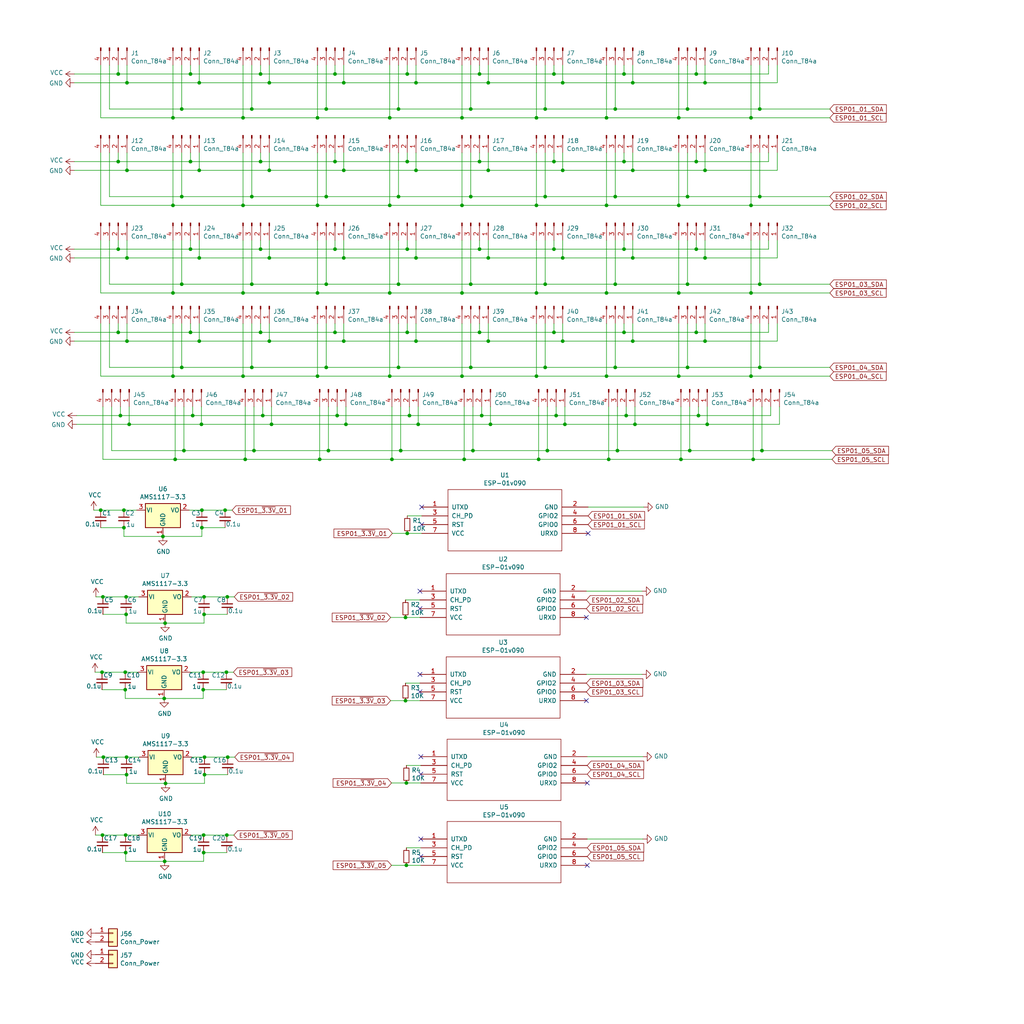
<source format=kicad_sch>
(kicad_sch (version 20211123) (generator eeschema)
  (paper "User" 297.002 297.002)
  (title_block (title "DuinoCoin_V.ESP01_50pics") (date "2022-04-03") (rev "V2.0.0_a") (company "Ham Studio") (comment 1 "(C) fb.me/Ham.i.am") (comment 2 "(C) Duinocoin.com"))
  (lib_symbols
    (symbol "Connector:Conn_01x04_Male" (pin_names (offset 1.016) hide)
      (property "Reference" "J" (at 0 5.08 0))
      (property "Value" "Conn_01x04_Male" (at 0 -7.62 0))
      (symbol "Conn_01x04_Male_1_1"
        (pin passive line (at 5.08 2.54 180) (length 3.81) (name "Pin_1") (number "1"))
        (pin passive line (at 5.08 0 180) (length 3.81) (name "Pin_2") (number "2"))
        (pin passive line (at 5.08 -2.54 180) (length 3.81) (name "Pin_3") (number "3"))
        (pin passive line (at 5.08 -5.08 180) (length 3.81) (name "Pin_4") (number "4"))
      )
    )
    (symbol "Connector_Generic:Conn_01x02" (pin_names (offset 1.016) hide)
      (property "Reference" "J" (at 0 2.54 0))
      (property "Value" "Conn_01x02" (at 0 -5.08 0))
      (symbol "Conn_01x02_1_1"
        (pin passive line (at -5.08 0 0) (length 3.81) (name "Pin_1") (number "1"))
        (pin passive line (at -5.08 -2.54 0) (length 3.81) (name "Pin_2") (number "2"))
      )
    )
    (symbol "Device:C_Small" (pin_numbers hide) (pin_names (offset 0.254) hide)
      (property "Reference" "C" (at 0.254 1.778 0))
      (property "Value" "C_Small" (at 0.254 -2.032 0))
      (symbol "C_Small_1_1"
        (pin passive line (at 0 2.54 270) (length 2.032) (name "~") (number "1"))
        (pin passive line (at 0 -2.54 90) (length 2.032) (name "~") (number "2"))
      )
    )
    (symbol "Device:R_Small" (pin_numbers hide) (pin_names (offset 0.254) hide)
      (property "Reference" "R" (at 0.762 0.508 0))
      (property "Value" "R_Small" (at 0.762 -1.016 0))
      (symbol "R_Small_1_1"
        (pin passive line (at 0 2.54 270) (length 0.762) (name "~") (number "1"))
        (pin passive line (at 0 -2.54 90) (length 0.762) (name "~") (number "2"))
      )
    )
    (symbol "ESP8266:ESP-01v090" (pin_names (offset 1.016))
      (property "Reference" "U" (at 0 -2.54 0))
      (property "Value" "ESP-01v090" (at 0 2.54 0))
      (symbol "ESP-01v090_1_1"
        (pin output line (at -24.13 3.81 0) (length 7.62) (name "UTXD") (number "1"))
        (pin power_in line (at 24.13 3.81 180) (length 7.62) (name "GND") (number "2"))
        (pin input line (at -24.13 1.27 0) (length 7.62) (name "CH_PD") (number "3"))
        (pin tri_state line (at 24.13 1.27 180) (length 7.62) (name "GPIO2") (number "4"))
        (pin input line (at -24.13 -1.27 0) (length 7.62) (name "RST") (number "5"))
        (pin tri_state line (at 24.13 -1.27 180) (length 7.62) (name "GPIO0") (number "6"))
        (pin power_in line (at -24.13 -3.81 0) (length 7.62) (name "VCC") (number "7"))
        (pin input line (at 24.13 -3.81 180) (length 7.62) (name "URXD") (number "8"))
      )
    )
    (symbol "Regulator_Linear:AMS1117-3.3" (pin_names (offset 0.254))
      (property "Reference" "U" (at -3.81 3.175 0))
      (property "Value" "AMS1117-3.3" (at 0 3.175 0))
      (symbol "AMS1117-3.3_1_1"
        (pin power_in line (at 0 -7.62 90) (length 2.54) (name "GND") (number "1"))
        (pin power_out line (at 7.62 0 180) (length 2.54) (name "VO") (number "2"))
        (pin power_in line (at -7.62 0 0) (length 2.54) (name "VI") (number "3"))
      )
    )
    (symbol "power:GND" (power) (pin_names (offset 0))
      (property "Value" "GND" (at 0 -3.81 0))
      (symbol "GND_1_1"
        (pin power_in line (at 0 0 270) (length 0) hide (name "GND") (number "1"))
      )
    )
    (symbol "power:VCC" (power) (pin_names (offset 0))
      (property "Value" "VCC" (at 0 3.81 0))
      (symbol "VCC_1_1"
        (pin power_in line (at 0 0 90) (length 0) hide (name "VCC") (number "1"))
      )
    )
  )
  (junction (at 75.565 46.863))
  (junction (at 220.345 57.023))
  (junction (at 99.695 74.803))
  (junction (at 34.29 46.863))
  (junction (at 139.065 72.263))
  (junction (at 36.83 74.803))
  (junction (at 57.785 98.933))
  (junction (at 142.24 123.063))
  (junction (at 29.718 242.189))
  (junction (at 50.8 133.223))
  (junction (at 92.075 109.093))
  (junction (at 55.88 120.523))
  (junction (at 78.105 98.933))
  (junction (at 115.57 106.553))
  (junction (at 73.025 82.423))
  (junction (at 97.155 72.263))
  (junction (at 158.115 31.623))
  (junction (at 35.941 147.955))
  (junction (at 75.565 72.263))
  (junction (at 36.703 224.663))
  (junction (at 34.29 21.463))
  (junction (at 136.525 31.623))
  (junction (at 34.925 120.523))
  (junction (at 92.075 84.963))
  (junction (at 59.309 224.663))
  (junction (at 50.165 84.963))
  (junction (at 58.547 153.035))
  (junction (at 52.705 57.023))
  (junction (at 58.42 123.063))
  (junction (at 141.605 49.403))
  (junction (at 36.449 242.189))
  (junction (at 120.65 74.803))
  (junction (at 199.39 106.553))
  (junction (at 53.34 130.683))
  (junction (at 204.47 98.933))
  (junction (at 55.245 46.863))
  (junction (at 57.785 24.003))
  (junction (at 197.485 133.223))
  (junction (at 97.155 21.463))
  (junction (at 115.57 82.423))
  (junction (at 59.182 173.101))
  (junction (at 155.575 59.563))
  (junction (at 133.985 84.963))
  (junction (at 204.47 74.803))
  (junction (at 113.03 109.093))
  (junction (at 180.975 72.263))
  (junction (at 50.165 59.563))
  (junction (at 52.705 31.623))
  (junction (at 94.615 106.553))
  (junction (at 59.055 247.269))
  (junction (at 118.11 96.393))
  (junction (at 65.278 147.955))
  (junction (at 34.29 96.393))
  (junction (at 118.11 21.463))
  (junction (at 158.115 82.423))
  (junction (at 204.47 24.003))
  (junction (at 99.695 24.003))
  (junction (at 29.972 219.583))
  (junction (at 180.975 21.463))
  (junction (at 36.322 200.025))
  (junction (at 204.47 49.403))
  (junction (at 139.065 96.393))
  (junction (at 75.565 96.393))
  (junction (at 52.705 106.553))
  (junction (at 199.39 31.623))
  (junction (at 73.025 31.623))
  (junction (at 58.547 147.955))
  (junction (at 78.105 74.803))
  (junction (at 120.65 49.403))
  (junction (at 58.928 200.025))
  (junction (at 36.83 98.933))
  (junction (at 155.575 84.963))
  (junction (at 58.928 194.945))
  (junction (at 201.93 46.863))
  (junction (at 76.2 120.523))
  (junction (at 133.985 59.563))
  (junction (at 175.895 109.093))
  (junction (at 136.525 57.023))
  (junction (at 92.075 59.563))
  (junction (at 117.856 227.076))
  (junction (at 196.85 84.963))
  (junction (at 73.025 106.553))
  (junction (at 55.245 21.463))
  (junction (at 115.57 57.023))
  (junction (at 97.155 96.393))
  (junction (at 118.11 46.863))
  (junction (at 161.29 120.523))
  (junction (at 155.575 109.093))
  (junction (at 94.615 57.023))
  (junction (at 163.83 123.063))
  (junction (at 115.57 31.623))
  (junction (at 160.655 21.463))
  (junction (at 36.322 194.945))
  (junction (at 113.03 84.963))
  (junction (at 201.93 72.263))
  (junction (at 50.165 109.093))
  (junction (at 100.33 123.063))
  (junction (at 47.879 180.721))
  (junction (at 180.975 46.863))
  (junction (at 141.605 74.803))
  (junction (at 73.66 130.683))
  (junction (at 180.975 96.393))
  (junction (at 36.576 178.181))
  (junction (at 134.62 133.223))
  (junction (at 34.29 72.263))
  (junction (at 36.83 49.403))
  (junction (at 36.576 173.101))
  (junction (at 205.105 123.063))
  (junction (at 217.805 109.093))
  (junction (at 75.565 21.463))
  (junction (at 218.44 133.223))
  (junction (at 52.705 82.423))
  (junction (at 94.615 82.423))
  (junction (at 117.602 179.07))
  (junction (at 217.805 34.163))
  (junction (at 178.435 57.023))
  (junction (at 220.98 130.683))
  (junction (at 196.85 109.093))
  (junction (at 48.006 227.203))
  (junction (at 137.16 130.683))
  (junction (at 95.25 130.683))
  (junction (at 116.205 130.683))
  (junction (at 59.309 219.583))
  (junction (at 163.195 74.803))
  (junction (at 70.485 84.963))
  (junction (at 99.695 98.933))
  (junction (at 29.845 173.101))
  (junction (at 220.345 106.553))
  (junction (at 136.525 82.423))
  (junction (at 156.21 133.223))
  (junction (at 139.065 21.463))
  (junction (at 78.105 24.003))
  (junction (at 158.115 106.553))
  (junction (at 47.752 249.809))
  (junction (at 50.165 34.163))
  (junction (at 70.485 109.093))
  (junction (at 163.195 49.403))
  (junction (at 196.85 34.163))
  (junction (at 78.105 49.403))
  (junction (at 160.655 46.863))
  (junction (at 65.659 194.945))
  (junction (at 139.065 46.863))
  (junction (at 29.591 194.945))
  (junction (at 183.515 98.933))
  (junction (at 184.15 123.063))
  (junction (at 37.465 123.063))
  (junction (at 141.605 98.933))
  (junction (at 55.245 72.263))
  (junction (at 70.485 34.163))
  (junction (at 220.345 31.623))
  (junction (at 92.075 34.163))
  (junction (at 176.53 133.223))
  (junction (at 181.61 120.523))
  (junction (at 71.12 133.223))
  (junction (at 59.055 242.189))
  (junction (at 183.515 74.803))
  (junction (at 97.79 120.523))
  (junction (at 158.75 130.683))
  (junction (at 200.025 130.683))
  (junction (at 121.285 123.063))
  (junction (at 163.195 98.933))
  (junction (at 178.435 31.623))
  (junction (at 178.435 82.423))
  (junction (at 217.805 84.963))
  (junction (at 118.745 120.523))
  (junction (at 117.856 250.952))
  (junction (at 117.602 203.2))
  (junction (at 139.7 120.523))
  (junction (at 136.525 106.553))
  (junction (at 120.65 98.933))
  (junction (at 199.39 82.423))
  (junction (at 47.625 202.565))
  (junction (at 158.115 57.023))
  (junction (at 66.04 219.583))
  (junction (at 55.245 96.393))
  (junction (at 160.655 72.263))
  (junction (at 97.155 46.863))
  (junction (at 36.703 219.583))
  (junction (at 36.449 247.269))
  (junction (at 201.93 96.393))
  (junction (at 47.244 155.575))
  (junction (at 178.435 106.553))
  (junction (at 36.83 24.003))
  (junction (at 65.786 242.189))
  (junction (at 35.941 153.035))
  (junction (at 113.665 133.223))
  (junction (at 65.913 173.101))
  (junction (at 175.895 84.963))
  (junction (at 113.03 34.163))
  (junction (at 73.025 57.023))
  (junction (at 155.575 34.163))
  (junction (at 163.195 24.003))
  (junction (at 175.895 59.563))
  (junction (at 202.565 120.523))
  (junction (at 183.515 49.403))
  (junction (at 179.07 130.683))
  (junction (at 113.03 59.563))
  (junction (at 57.785 74.803))
  (junction (at 196.85 59.563))
  (junction (at 59.182 178.181))
  (junction (at 141.605 24.003))
  (junction (at 29.21 147.955))
  (junction (at 118.11 154.686))
  (junction (at 220.345 82.423))
  (junction (at 160.655 96.393))
  (junction (at 217.805 59.563))
  (junction (at 92.71 133.223))
  (junction (at 183.515 24.003))
  (junction (at 78.74 123.063))
  (junction (at 57.785 49.403))
  (junction (at 175.895 34.163))
  (junction (at 201.93 21.463))
  (junction (at 99.695 49.403))
  (junction (at 120.65 24.003))
  (junction (at 118.11 72.263))
  (junction (at 133.985 34.163))
  (junction (at 94.615 31.623))
  (junction (at 199.39 57.023))
  (junction (at 70.485 59.563))
  (junction (at 133.985 109.093))
  (no_connect (at 170.561 154.686))
  (no_connect (at 122.301 147.066))
  (no_connect (at 122.301 152.146))
  (no_connect (at 122.047 248.412))
  (no_connect (at 122.047 219.456))
  (no_connect (at 122.047 224.536))
  (no_connect (at 170.307 250.952))
  (no_connect (at 121.793 195.58))
  (no_connect (at 121.793 176.53))
  (no_connect (at 170.053 179.07))
  (no_connect (at 121.793 171.45))
  (no_connect (at 170.307 227.076))
  (no_connect (at 170.053 203.2))
  (no_connect (at 121.793 200.66))
  (no_connect (at 122.047 243.332))
  (wire (pts (xy 201.93 69.723) (xy 201.93 72.263)))
  (wire (pts (xy 201.93 96.393) (xy 180.975 96.393)))
  (wire (pts (xy 225.425 24.003) (xy 204.47 24.003)))
  (wire (pts (xy 175.895 109.093) (xy 155.575 109.093)))
  (wire (pts (xy 139.7 117.983) (xy 139.7 120.523)))
  (wire (pts (xy 175.895 93.853) (xy 175.895 109.093)))
  (wire (pts (xy 199.39 82.423) (xy 178.435 82.423)))
  (wire (pts (xy 175.895 44.323) (xy 175.895 59.563)))
  (wire (pts (xy 181.61 117.983) (xy 181.61 120.523)))
  (wire (pts (xy 133.985 93.853) (xy 133.985 109.093)))
  (wire (pts (xy 218.44 133.223) (xy 197.485 133.223)))
  (wire (pts (xy 50.165 44.323) (xy 50.165 59.563)))
  (wire (pts (xy 73.66 130.683) (xy 53.34 130.683)))
  (wire (pts (xy 163.195 98.933) (xy 141.605 98.933)))
  (wire (pts (xy 70.485 93.853) (xy 70.485 109.093)))
  (wire (pts (xy 163.195 74.803) (xy 141.605 74.803)))
  (wire (pts (xy 223.52 117.983) (xy 223.52 120.523)))
  (wire (pts (xy 183.515 49.403) (xy 163.195 49.403)))
  (wire (pts (xy 92.71 117.983) (xy 92.71 133.223)))
  (wire (pts (xy 76.2 120.523) (xy 55.88 120.523)))
  (wire (pts (xy 40.005 194.945) (xy 36.322 194.945)))
  (wire (pts (xy 200.025 130.683) (xy 179.07 130.683)))
  (wire (pts (xy 115.57 69.723) (xy 115.57 82.423)))
  (wire (pts (xy 94.615 82.423) (xy 73.025 82.423)))
  (wire (pts (xy 78.105 49.403) (xy 57.785 49.403)))
  (wire (pts (xy 225.425 98.933) (xy 204.47 98.933)))
  (wire (pts (xy 92.075 18.923) (xy 92.075 34.163)))
  (wire (pts (xy 133.985 59.563) (xy 113.03 59.563)))
  (wire (pts (xy 36.576 180.721) (xy 47.879 180.721)))
  (wire (pts (xy 200.025 117.983) (xy 200.025 130.683)))
  (wire (pts (xy 100.33 123.063) (xy 78.74 123.063)))
  (wire (pts (xy 65.913 178.181) (xy 59.182 178.181)))
  (wire (pts (xy 217.805 59.563) (xy 196.85 59.563)))
  (wire (pts (xy 120.65 24.003) (xy 99.695 24.003)))
  (wire (pts (xy 160.655 69.723) (xy 160.655 72.263)))
  (wire (pts (xy 100.33 117.983) (xy 100.33 123.063)))
  (wire (pts (xy 29.718 247.269) (xy 36.449 247.269)))
  (wire (pts (xy 34.29 21.463) (xy 21.59 21.463)))
  (wire (pts (xy 55.372 242.189) (xy 59.055 242.189)))
  (wire (pts (xy 160.655 44.323) (xy 160.655 46.863)))
  (wire (pts (xy 78.105 24.003) (xy 57.785 24.003)))
  (wire (pts (xy 170.561 147.066) (xy 186.69 147.066)))
  (wire (pts (xy 50.165 93.853) (xy 50.165 109.093)))
  (wire (pts (xy 94.615 18.923) (xy 94.615 31.623)))
  (wire (pts (xy 118.745 120.523) (xy 97.79 120.523)))
  (wire (pts (xy 47.625 202.565) (xy 58.928 202.565)))
  (wire (pts (xy 70.485 84.963) (xy 50.165 84.963)))
  (wire (pts (xy 155.575 59.563) (xy 133.985 59.563)))
  (wire (pts (xy 136.525 69.723) (xy 136.525 82.423)))
  (wire (pts (xy 222.885 93.853) (xy 222.885 96.393)))
  (wire (pts (xy 220.345 18.923) (xy 220.345 31.623)))
  (wire (pts (xy 55.245 44.323) (xy 55.245 46.863)))
  (wire (pts (xy 178.435 93.853) (xy 178.435 106.553)))
  (wire (pts (xy 78.105 69.723) (xy 78.105 74.803)))
  (wire (pts (xy 75.565 44.323) (xy 75.565 46.863)))
  (wire (pts (xy 73.025 106.553) (xy 52.705 106.553)))
  (wire (pts (xy 121.793 198.12) (xy 117.602 198.12)))
  (wire (pts (xy 184.15 123.063) (xy 163.83 123.063)))
  (wire (pts (xy 222.885 46.863) (xy 201.93 46.863)))
  (wire (pts (xy 133.985 84.963) (xy 113.03 84.963)))
  (wire (pts (xy 97.155 72.263) (xy 75.565 72.263)))
  (wire (pts (xy 34.29 72.263) (xy 21.59 72.263)))
  (wire (pts (xy 201.93 44.323) (xy 201.93 46.863)))
  (wire (pts (xy 57.785 44.323) (xy 57.785 49.403)))
  (wire (pts (xy 178.435 31.623) (xy 158.115 31.623)))
  (wire (pts (xy 204.47 93.853) (xy 204.47 98.933)))
  (wire (pts (xy 204.47 69.723) (xy 204.47 74.803)))
  (wire (pts (xy 65.786 247.269) (xy 59.055 247.269)))
  (wire (pts (xy 78.74 117.983) (xy 78.74 123.063)))
  (wire (pts (xy 36.83 98.933) (xy 36.83 93.853)))
  (wire (pts (xy 183.515 98.933) (xy 163.195 98.933)))
  (wire (pts (xy 178.435 44.323) (xy 178.435 57.023)))
  (wire (pts (xy 120.65 98.933) (xy 99.695 98.933)))
  (wire (pts (xy 29.718 242.189) (xy 27.686 242.189)))
  (wire (pts (xy 202.565 117.983) (xy 202.565 120.523)))
  (wire (pts (xy 141.605 49.403) (xy 120.65 49.403)))
  (wire (pts (xy 225.425 93.853) (xy 225.425 98.933)))
  (wire (pts (xy 99.695 74.803) (xy 78.105 74.803)))
  (wire (pts (xy 59.055 242.189) (xy 65.786 242.189)))
  (wire (pts (xy 196.85 34.163) (xy 175.895 34.163)))
  (wire (pts (xy 141.605 18.923) (xy 141.605 24.003)))
  (wire (pts (xy 139.065 96.393) (xy 118.11 96.393)))
  (wire (pts (xy 178.435 18.923) (xy 178.435 31.623)))
  (wire (pts (xy 115.57 106.553) (xy 94.615 106.553)))
  (wire (pts (xy 160.655 96.393) (xy 139.065 96.393)))
  (wire (pts (xy 31.75 106.553) (xy 31.75 93.853)))
  (wire (pts (xy 52.705 93.853) (xy 52.705 106.553)))
  (wire (pts (xy 50.165 69.723) (xy 50.165 84.963)))
  (wire (pts (xy 78.105 98.933) (xy 57.785 98.933)))
  (wire (pts (xy 59.182 178.181) (xy 59.182 180.721)))
  (wire (pts (xy 225.425 49.403) (xy 204.47 49.403)))
  (wire (pts (xy 241.3 133.223) (xy 218.44 133.223)))
  (wire (pts (xy 118.11 46.863) (xy 97.155 46.863)))
  (wire (pts (xy 36.449 247.269) (xy 36.449 249.809)))
  (wire (pts (xy 113.03 59.563) (xy 92.075 59.563)))
  (wire (pts (xy 34.29 96.393) (xy 34.29 93.853)))
  (wire (pts (xy 113.665 117.983) (xy 113.665 133.223)))
  (wire (pts (xy 161.29 117.983) (xy 161.29 120.523)))
  (wire (pts (xy 117.856 227.076) (xy 122.047 227.076)))
  (wire (pts (xy 220.345 69.723) (xy 220.345 82.423)))
  (wire (pts (xy 201.93 46.863) (xy 180.975 46.863)))
  (wire (pts (xy 71.12 133.223) (xy 50.8 133.223)))
  (wire (pts (xy 116.205 130.683) (xy 95.25 130.683)))
  (wire (pts (xy 36.703 227.203) (xy 48.006 227.203)))
  (wire (pts (xy 196.85 44.323) (xy 196.85 59.563)))
  (wire (pts (xy 199.39 18.923) (xy 199.39 31.623)))
  (wire (pts (xy 117.856 250.952) (xy 122.047 250.952)))
  (wire (pts (xy 50.165 34.163) (xy 29.21 34.163)))
  (wire (pts (xy 202.565 120.523) (xy 181.61 120.523)))
  (wire (pts (xy 204.47 18.923) (xy 204.47 24.003)))
  (wire (pts (xy 155.575 93.853) (xy 155.575 109.093)))
  (wire (pts (xy 36.449 242.189) (xy 29.718 242.189)))
  (wire (pts (xy 155.575 69.723) (xy 155.575 84.963)))
  (wire (pts (xy 155.575 84.963) (xy 133.985 84.963)))
  (wire (pts (xy 65.786 242.189) (xy 67.818 242.189)))
  (wire (pts (xy 141.605 24.003) (xy 120.65 24.003)))
  (wire (pts (xy 158.115 18.923) (xy 158.115 31.623)))
  (wire (pts (xy 113.03 109.093) (xy 92.075 109.093)))
  (wire (pts (xy 115.57 57.023) (xy 94.615 57.023)))
  (wire (pts (xy 120.65 93.853) (xy 120.65 98.933)))
  (wire (pts (xy 199.39 57.023) (xy 178.435 57.023)))
  (wire (pts (xy 52.705 57.023) (xy 31.75 57.023)))
  (wire (pts (xy 225.425 18.923) (xy 225.425 24.003)))
  (wire (pts (xy 52.705 18.923) (xy 52.705 31.623)))
  (wire (pts (xy 220.98 117.983) (xy 220.98 130.683)))
  (wire (pts (xy 122.047 245.872) (xy 117.856 245.872)))
  (wire (pts (xy 35.941 153.035) (xy 35.941 155.575)))
  (wire (pts (xy 141.605 93.853) (xy 141.605 98.933)))
  (wire (pts (xy 36.83 74.803) (xy 36.83 69.723)))
  (wire (pts (xy 40.259 173.101) (xy 36.576 173.101)))
  (wire (pts (xy 55.245 21.463) (xy 34.29 21.463)))
  (wire (pts (xy 117.602 179.07) (xy 121.793 179.07)))
  (wire (pts (xy 55.245 69.723) (xy 55.245 72.263)))
  (wire (pts (xy 175.895 84.963) (xy 155.575 84.963)))
  (wire (pts (xy 113.03 34.163) (xy 92.075 34.163)))
  (wire (pts (xy 34.29 46.863) (xy 21.59 46.863)))
  (wire (pts (xy 133.985 18.923) (xy 133.985 34.163)))
  (wire (pts (xy 73.66 117.983) (xy 73.66 130.683)))
  (wire (pts (xy 73.025 44.323) (xy 73.025 57.023)))
  (wire (pts (xy 118.11 44.323) (xy 118.11 46.863)))
  (wire (pts (xy 170.307 219.456) (xy 186.436 219.456)))
  (wire (pts (xy 97.155 18.923) (xy 97.155 21.463)))
  (wire (pts (xy 121.285 123.063) (xy 100.33 123.063)))
  (wire (pts (xy 59.309 224.663) (xy 59.309 227.203)))
  (wire (pts (xy 58.42 123.063) (xy 37.465 123.063)))
  (wire (pts (xy 94.615 106.553) (xy 73.025 106.553)))
  (wire (pts (xy 94.615 31.623) (xy 73.025 31.623)))
  (wire (pts (xy 240.665 59.563) (xy 217.805 59.563)))
  (wire (pts (xy 36.703 224.663) (xy 36.703 227.203)))
  (wire (pts (xy 139.065 18.923) (xy 139.065 21.463)))
  (wire (pts (xy 217.805 93.853) (xy 217.805 109.093)))
  (wire (pts (xy 73.025 93.853) (xy 73.025 106.553)))
  (wire (pts (xy 97.155 96.393) (xy 75.565 96.393)))
  (wire (pts (xy 178.435 69.723) (xy 178.435 82.423)))
  (wire (pts (xy 50.165 84.963) (xy 29.21 84.963)))
  (wire (pts (xy 170.307 243.332) (xy 186.436 243.332)))
  (wire (pts (xy 55.245 72.263) (xy 34.29 72.263)))
  (wire (pts (xy 163.195 44.323) (xy 163.195 49.403)))
  (wire (pts (xy 70.485 44.323) (xy 70.485 59.563)))
  (wire (pts (xy 52.705 31.623) (xy 31.75 31.623)))
  (wire (pts (xy 158.115 44.323) (xy 158.115 57.023)))
  (wire (pts (xy 36.83 24.003) (xy 21.59 24.003)))
  (wire (pts (xy 92.075 34.163) (xy 70.485 34.163)))
  (wire (pts (xy 183.515 74.803) (xy 163.195 74.803)))
  (wire (pts (xy 48.006 227.203) (xy 59.309 227.203)))
  (wire (pts (xy 120.65 69.723) (xy 120.65 74.803)))
  (wire (pts (xy 115.57 93.853) (xy 115.57 106.553)))
  (wire (pts (xy 220.345 82.423) (xy 199.39 82.423)))
  (wire (pts (xy 70.485 34.163) (xy 50.165 34.163)))
  (wire (pts (xy 158.75 130.683) (xy 137.16 130.683)))
  (wire (pts (xy 139.065 46.863) (xy 118.11 46.863)))
  (wire (pts (xy 120.65 44.323) (xy 120.65 49.403)))
  (wire (pts (xy 70.485 18.923) (xy 70.485 34.163)))
  (wire (pts (xy 118.11 93.853) (xy 118.11 96.393)))
  (wire (pts (xy 217.805 34.163) (xy 196.85 34.163)))
  (wire (pts (xy 40.386 219.583) (xy 36.703 219.583)))
  (wire (pts (xy 117.602 203.2) (xy 121.793 203.2)))
  (wire (pts (xy 118.11 69.723) (xy 118.11 72.263)))
  (wire (pts (xy 220.345 93.853) (xy 220.345 106.553)))
  (wire (pts (xy 178.435 106.553) (xy 158.115 106.553)))
  (wire (pts (xy 160.655 21.463) (xy 139.065 21.463)))
  (wire (pts (xy 29.972 224.663) (xy 36.703 224.663)))
  (wire (pts (xy 113.03 18.923) (xy 113.03 34.163)))
  (wire (pts (xy 223.52 120.523) (xy 202.565 120.523)))
  (wire (pts (xy 97.155 21.463) (xy 75.565 21.463)))
  (wire (pts (xy 122.301 149.606) (xy 118.11 149.606)))
  (wire (pts (xy 53.34 117.983) (xy 53.34 130.683)))
  (wire (pts (xy 97.79 117.983) (xy 97.79 120.523)))
  (wire (pts (xy 92.075 109.093) (xy 70.485 109.093)))
  (wire (pts (xy 133.985 44.323) (xy 133.985 59.563)))
  (wire (pts (xy 97.155 93.853) (xy 97.155 96.393)))
  (wire (pts (xy 78.74 123.063) (xy 58.42 123.063)))
  (wire (pts (xy 220.98 130.683) (xy 200.025 130.683)))
  (wire (pts (xy 118.11 18.923) (xy 118.11 21.463)))
  (wire (pts (xy 225.425 69.723) (xy 225.425 74.803)))
  (wire (pts (xy 180.975 72.263) (xy 160.655 72.263)))
  (wire (pts (xy 118.745 117.983) (xy 118.745 120.523)))
  (wire (pts (xy 47.244 155.575) (xy 58.547 155.575)))
  (wire (pts (xy 65.659 194.945) (xy 67.691 194.945)))
  (wire (pts (xy 55.245 93.853) (xy 55.245 96.393)))
  (wire (pts (xy 122.047 221.996) (xy 117.856 221.996)))
  (wire (pts (xy 36.83 98.933) (xy 21.59 98.933)))
  (wire (pts (xy 183.515 69.723) (xy 183.515 74.803)))
  (wire (pts (xy 31.75 57.023) (xy 31.75 44.323)))
  (wire (pts (xy 181.61 120.523) (xy 161.29 120.523)))
  (wire (pts (xy 184.15 117.983) (xy 184.15 123.063)))
  (wire (pts (xy 36.703 219.583) (xy 29.972 219.583)))
  (wire (pts (xy 141.605 69.723) (xy 141.605 74.803)))
  (wire (pts (xy 163.83 117.983) (xy 163.83 123.063)))
  (wire (pts (xy 97.79 120.523) (xy 76.2 120.523)))
  (wire (pts (xy 34.925 120.523) (xy 22.225 120.523)))
  (wire (pts (xy 36.322 194.945) (xy 29.591 194.945)))
  (wire (pts (xy 142.24 123.063) (xy 121.285 123.063)))
  (wire (pts (xy 36.449 249.809) (xy 47.752 249.809)))
  (wire (pts (xy 163.195 49.403) (xy 141.605 49.403)))
  (wire (pts (xy 222.885 21.463) (xy 201.93 21.463)))
  (wire (pts (xy 115.57 31.623) (xy 94.615 31.623)))
  (wire (pts (xy 55.88 120.523) (xy 34.925 120.523)))
  (wire (pts (xy 196.85 93.853) (xy 196.85 109.093)))
  (wire (pts (xy 53.34 130.683) (xy 32.385 130.683)))
  (wire (pts (xy 142.24 117.983) (xy 142.24 123.063)))
  (wire (pts (xy 137.16 117.983) (xy 137.16 130.683)))
  (wire (pts (xy 136.525 106.553) (xy 115.57 106.553)))
  (wire (pts (xy 29.21 147.955) (xy 27.178 147.955)))
  (wire (pts (xy 136.525 93.853) (xy 136.525 106.553)))
  (wire (pts (xy 70.485 59.563) (xy 50.165 59.563)))
  (wire (pts (xy 73.025 18.923) (xy 73.025 31.623)))
  (wire (pts (xy 155.575 34.163) (xy 133.985 34.163)))
  (wire (pts (xy 58.547 153.035) (xy 58.547 155.575)))
  (wire (pts (xy 141.605 74.803) (xy 120.65 74.803)))
  (wire (pts (xy 57.785 49.403) (xy 36.83 49.403)))
  (wire (pts (xy 133.985 109.093) (xy 113.03 109.093)))
  (wire (pts (xy 94.615 69.723) (xy 94.615 82.423)))
  (wire (pts (xy 225.425 74.803) (xy 204.47 74.803)))
  (wire (pts (xy 218.44 117.983) (xy 218.44 133.223)))
  (wire (pts (xy 71.12 117.983) (xy 71.12 133.223)))
  (wire (pts (xy 29.21 59.563) (xy 29.21 44.323)))
  (wire (pts (xy 92.075 93.853) (xy 92.075 109.093)))
  (wire (pts (xy 55.245 18.923) (xy 55.245 21.463)))
  (wire (pts (xy 155.575 44.323) (xy 155.575 59.563)))
  (wire (pts (xy 35.941 155.575) (xy 47.244 155.575)))
  (wire (pts (xy 155.575 109.093) (xy 133.985 109.093)))
  (wire (pts (xy 36.322 202.565) (xy 47.625 202.565)))
  (wire (pts (xy 176.53 117.983) (xy 176.53 133.223)))
  (wire (pts (xy 97.155 44.323) (xy 97.155 46.863)))
  (wire (pts (xy 199.39 69.723) (xy 199.39 82.423)))
  (wire (pts (xy 57.785 74.803) (xy 36.83 74.803)))
  (wire (pts (xy 204.47 44.323) (xy 204.47 49.403)))
  (wire (pts (xy 196.85 59.563) (xy 175.895 59.563)))
  (wire (pts (xy 240.665 34.163) (xy 217.805 34.163)))
  (wire (pts (xy 121.793 173.99) (xy 117.602 173.99)))
  (wire (pts (xy 183.515 18.923) (xy 183.515 24.003)))
  (wire (pts (xy 35.941 147.955) (xy 29.21 147.955)))
  (wire (pts (xy 47.752 249.809) (xy 59.055 249.809)))
  (wire (pts (xy 222.885 72.263) (xy 201.93 72.263)))
  (wire (pts (xy 175.895 18.923) (xy 175.895 34.163)))
  (wire (pts (xy 34.29 21.463) (xy 34.29 18.923)))
  (wire (pts (xy 163.195 69.723) (xy 163.195 74.803)))
  (wire (pts (xy 205.105 123.063) (xy 184.15 123.063)))
  (wire (pts (xy 240.665 84.963) (xy 217.805 84.963)))
  (wire (pts (xy 52.705 82.423) (xy 31.75 82.423)))
  (wire (pts (xy 158.115 69.723) (xy 158.115 82.423)))
  (wire (pts (xy 180.975 93.853) (xy 180.975 96.393)))
  (wire (pts (xy 52.705 69.723) (xy 52.705 82.423)))
  (wire (pts (xy 120.65 18.923) (xy 120.65 24.003)))
  (wire (pts (xy 240.665 31.623) (xy 220.345 31.623)))
  (wire (pts (xy 113.284 203.2) (xy 117.602 203.2)))
  (wire (pts (xy 180.975 46.863) (xy 160.655 46.863)))
  (wire (pts (xy 78.105 74.803) (xy 57.785 74.803)))
  (wire (pts (xy 120.65 74.803) (xy 99.695 74.803)))
  (wire (pts (xy 199.39 44.323) (xy 199.39 57.023)))
  (wire (pts (xy 34.925 120.523) (xy 34.925 117.983)))
  (wire (pts (xy 120.65 49.403) (xy 99.695 49.403)))
  (wire (pts (xy 36.322 200.025) (xy 36.322 202.565)))
  (wire (pts (xy 136.525 82.423) (xy 115.57 82.423)))
  (wire (pts (xy 163.195 18.923) (xy 163.195 24.003)))
  (wire (pts (xy 55.245 194.945) (xy 58.928 194.945)))
  (wire (pts (xy 136.525 31.623) (xy 115.57 31.623)))
  (wire (pts (xy 36.576 178.181) (xy 36.576 180.721)))
  (wire (pts (xy 59.309 219.583) (xy 66.04 219.583)))
  (wire (pts (xy 58.547 147.955) (xy 65.278 147.955)))
  (wire (pts (xy 92.075 59.563) (xy 70.485 59.563)))
  (wire (pts (xy 113.284 179.07) (xy 117.602 179.07)))
  (wire (pts (xy 29.21 109.093) (xy 29.21 93.853)))
  (wire (pts (xy 201.93 21.463) (xy 180.975 21.463)))
  (wire (pts (xy 34.29 96.393) (xy 21.59 96.393)))
  (wire (pts (xy 97.155 69.723) (xy 97.155 72.263)))
  (wire (pts (xy 65.913 173.101) (xy 67.945 173.101)))
  (wire (pts (xy 139.7 120.523) (xy 118.745 120.523)))
  (wire (pts (xy 222.885 44.323) (xy 222.885 46.863)))
  (wire (pts (xy 94.615 57.023) (xy 73.025 57.023)))
  (wire (pts (xy 139.065 21.463) (xy 118.11 21.463)))
  (wire (pts (xy 65.659 200.025) (xy 58.928 200.025)))
  (wire (pts (xy 76.2 117.983) (xy 76.2 120.523)))
  (wire (pts (xy 196.85 109.093) (xy 175.895 109.093)))
  (wire (pts (xy 75.565 46.863) (xy 55.245 46.863)))
  (wire (pts (xy 32.385 130.683) (xy 32.385 117.983)))
  (wire (pts (xy 95.25 117.983) (xy 95.25 130.683)))
  (wire (pts (xy 141.605 98.933) (xy 120.65 98.933)))
  (wire (pts (xy 201.93 93.853) (xy 201.93 96.393)))
  (wire (pts (xy 78.105 93.853) (xy 78.105 98.933)))
  (wire (pts (xy 178.435 82.423) (xy 158.115 82.423)))
  (wire (pts (xy 55.88 117.983) (xy 55.88 120.523)))
  (wire (pts (xy 29.591 200.025) (xy 36.322 200.025)))
  (wire (pts (xy 75.565 93.853) (xy 75.565 96.393)))
  (wire (pts (xy 70.485 69.723) (xy 70.485 84.963)))
  (wire (pts (xy 163.83 123.063) (xy 142.24 123.063)))
  (wire (pts (xy 57.785 18.923) (xy 57.785 24.003)))
  (wire (pts (xy 183.515 93.853) (xy 183.515 98.933)))
  (wire (pts (xy 217.805 44.323) (xy 217.805 59.563)))
  (wire (pts (xy 113.03 93.853) (xy 113.03 109.093)))
  (wire (pts (xy 199.39 106.553) (xy 178.435 106.553)))
  (wire (pts (xy 52.705 106.553) (xy 31.75 106.553)))
  (wire (pts (xy 180.975 21.463) (xy 160.655 21.463)))
  (wire (pts (xy 54.864 147.955) (xy 58.547 147.955)))
  (wire (pts (xy 160.655 18.923) (xy 160.655 21.463)))
  (wire (pts (xy 196.85 69.723) (xy 196.85 84.963)))
  (wire (pts (xy 118.11 21.463) (xy 97.155 21.463)))
  (wire (pts (xy 50.165 18.923) (xy 50.165 34.163)))
  (wire (pts (xy 31.75 82.423) (xy 31.75 69.723)))
  (wire (pts (xy 59.182 173.101) (xy 65.913 173.101)))
  (wire (pts (xy 158.115 82.423) (xy 136.525 82.423)))
  (wire (pts (xy 92.71 133.223) (xy 71.12 133.223)))
  (wire (pts (xy 75.565 21.463) (xy 55.245 21.463)))
  (wire (pts (xy 205.105 117.983) (xy 205.105 123.063)))
  (wire (pts (xy 179.07 117.983) (xy 179.07 130.683)))
  (wire (pts (xy 57.785 93.853) (xy 57.785 98.933)))
  (wire (pts (xy 197.485 133.223) (xy 176.53 133.223)))
  (wire (pts (xy 160.655 46.863) (xy 139.065 46.863)))
  (wire (pts (xy 31.75 31.623) (xy 31.75 18.923)))
  (wire (pts (xy 65.278 147.955) (xy 67.31 147.955)))
  (wire (pts (xy 201.93 18.923) (xy 201.93 21.463)))
  (wire (pts (xy 50.8 133.223) (xy 29.845 133.223)))
  (wire (pts (xy 55.245 46.863) (xy 34.29 46.863)))
  (wire (pts (xy 52.705 44.323) (xy 52.705 57.023)))
  (wire (pts (xy 240.665 106.553) (xy 220.345 106.553)))
  (wire (pts (xy 163.195 24.003) (xy 141.605 24.003)))
  (wire (pts (xy 160.655 72.263) (xy 139.065 72.263)))
  (wire (pts (xy 55.245 96.393) (xy 34.29 96.393)))
  (wire (pts (xy 36.576 173.101) (xy 29.845 173.101)))
  (wire (pts (xy 183.515 24.003) (xy 163.195 24.003)))
  (wire (pts (xy 137.16 130.683) (xy 116.205 130.683)))
  (wire (pts (xy 160.655 93.853) (xy 160.655 96.393)))
  (wire (pts (xy 222.885 69.723) (xy 222.885 72.263)))
  (wire (pts (xy 121.285 117.983) (xy 121.285 123.063)))
  (wire (pts (xy 73.025 31.623) (xy 52.705 31.623)))
  (wire (pts (xy 220.345 57.023) (xy 199.39 57.023)))
  (wire (pts (xy 158.115 106.553) (xy 136.525 106.553)))
  (wire (pts (xy 73.025 69.723) (xy 73.025 82.423)))
  (wire (pts (xy 37.465 123.063) (xy 37.465 117.983)))
  (wire (pts (xy 29.845 133.223) (xy 29.845 117.983)))
  (wire (pts (xy 180.975 44.323) (xy 180.975 46.863)))
  (wire (pts (xy 113.03 84.963) (xy 92.075 84.963)))
  (wire (pts (xy 115.57 82.423) (xy 94.615 82.423)))
  (wire (pts (xy 99.695 98.933) (xy 78.105 98.933)))
  (wire (pts (xy 99.695 49.403) (xy 78.105 49.403)))
  (wire (pts (xy 92.075 44.323) (xy 92.075 59.563)))
  (wire (pts (xy 204.47 74.803) (xy 183.515 74.803)))
  (wire (pts (xy 58.42 117.983) (xy 58.42 123.063)))
  (wire (pts (xy 75.565 69.723) (xy 75.565 72.263)))
  (wire (pts (xy 73.025 57.023) (xy 52.705 57.023)))
  (wire (pts (xy 47.879 180.721) (xy 59.182 180.721)))
  (wire (pts (xy 99.695 69.723) (xy 99.695 74.803)))
  (wire (pts (xy 241.3 130.683) (xy 220.98 130.683)))
  (wire (pts (xy 156.21 133.223) (xy 134.62 133.223)))
  (wire (pts (xy 180.975 69.723) (xy 180.975 72.263)))
  (wire (pts (xy 118.11 96.393) (xy 97.155 96.393)))
  (wire (pts (xy 113.538 227.076) (xy 117.856 227.076)))
  (wire (pts (xy 50.8 117.983) (xy 50.8 133.223)))
  (wire (pts (xy 57.785 98.933) (xy 36.83 98.933)))
  (wire (pts (xy 220.345 106.553) (xy 199.39 106.553)))
  (wire (pts (xy 29.845 173.101) (xy 27.813 173.101)))
  (wire (pts (xy 156.21 117.983) (xy 156.21 133.223)))
  (wire (pts (xy 226.06 123.063) (xy 205.105 123.063)))
  (wire (pts (xy 92.075 84.963) (xy 70.485 84.963)))
  (wire (pts (xy 66.04 224.663) (xy 59.309 224.663)))
  (wire (pts (xy 225.425 44.323) (xy 225.425 49.403)))
  (wire (pts (xy 29.21 153.035) (xy 35.941 153.035)))
  (wire (pts (xy 222.885 18.923) (xy 222.885 21.463)))
  (wire (pts (xy 97.155 46.863) (xy 75.565 46.863)))
  (wire (pts (xy 99.695 44.323) (xy 99.695 49.403)))
  (wire (pts (xy 57.785 24.003) (xy 36.83 24.003)))
  (wire (pts (xy 179.07 130.683) (xy 158.75 130.683)))
  (wire (pts (xy 240.665 109.093) (xy 217.805 109.093)))
  (wire (pts (xy 116.205 117.983) (xy 116.205 130.683)))
  (wire (pts (xy 217.805 18.923) (xy 217.805 34.163)))
  (wire (pts (xy 175.895 69.723) (xy 175.895 84.963)))
  (wire (pts (xy 92.075 69.723) (xy 92.075 84.963)))
  (wire (pts (xy 58.928 200.025) (xy 58.928 202.565)))
  (wire (pts (xy 136.525 57.023) (xy 115.57 57.023)))
  (wire (pts (xy 176.53 133.223) (xy 156.21 133.223)))
  (wire (pts (xy 39.624 147.955) (xy 35.941 147.955)))
  (wire (pts (xy 94.615 93.853) (xy 94.615 106.553)))
  (wire (pts (xy 134.62 133.223) (xy 113.665 133.223)))
  (wire (pts (xy 78.105 18.923) (xy 78.105 24.003)))
  (wire (pts (xy 99.695 18.923) (xy 99.695 24.003)))
  (wire (pts (xy 57.785 69.723) (xy 57.785 74.803)))
  (wire (pts (xy 118.11 154.686) (xy 122.301 154.686)))
  (wire (pts (xy 178.435 57.023) (xy 158.115 57.023)))
  (wire (pts (xy 220.345 31.623) (xy 199.39 31.623)))
  (wire (pts (xy 196.85 18.923) (xy 196.85 34.163)))
  (wire (pts (xy 113.538 250.952) (xy 117.856 250.952)))
  (wire (pts (xy 158.115 93.853) (xy 158.115 106.553)))
  (wire (pts (xy 59.055 247.269) (xy 59.055 249.809)))
  (wire (pts (xy 70.485 109.093) (xy 50.165 109.093)))
  (wire (pts (xy 29.21 34.163) (xy 29.21 18.923)))
  (wire (pts (xy 55.499 173.101) (xy 59.182 173.101)))
  (wire (pts (xy 75.565 72.263) (xy 55.245 72.263)))
  (wire (pts (xy 34.29 46.863) (xy 34.29 44.323)))
  (wire (pts (xy 204.47 24.003) (xy 183.515 24.003)))
  (wire (pts (xy 158.115 57.023) (xy 136.525 57.023)))
  (wire (pts (xy 73.025 82.423) (xy 52.705 82.423)))
  (wire (pts (xy 161.29 120.523) (xy 139.7 120.523)))
  (wire (pts (xy 158.75 117.983) (xy 158.75 130.683)))
  (wire (pts (xy 136.525 44.323) (xy 136.525 57.023)))
  (wire (pts (xy 180.975 18.923) (xy 180.975 21.463)))
  (wire (pts (xy 226.06 117.983) (xy 226.06 123.063)))
  (wire (pts (xy 29.972 219.583) (xy 27.94 219.583)))
  (wire (pts (xy 183.515 44.323) (xy 183.515 49.403)))
  (wire (pts (xy 217.805 84.963) (xy 196.85 84.963)))
  (wire (pts (xy 75.565 18.923) (xy 75.565 21.463)))
  (wire (pts (xy 78.105 44.323) (xy 78.105 49.403)))
  (wire (pts (xy 113.792 154.686) (xy 118.11 154.686)))
  (wire (pts (xy 36.83 24.003) (xy 36.83 18.923)))
  (wire (pts (xy 99.695 24.003) (xy 78.105 24.003)))
  (wire (pts (xy 95.25 130.683) (xy 73.66 130.683)))
  (wire (pts (xy 158.115 31.623) (xy 136.525 31.623)))
  (wire (pts (xy 155.575 18.923) (xy 155.575 34.163)))
  (wire (pts (xy 50.165 109.093) (xy 29.21 109.093)))
  (wire (pts (xy 99.695 93.853) (xy 99.695 98.933)))
  (wire (pts (xy 115.57 44.323) (xy 115.57 57.023)))
  (wire (pts (xy 50.165 59.563) (xy 29.21 59.563)))
  (wire (pts (xy 113.03 44.323) (xy 113.03 59.563)))
  (wire (pts (xy 115.57 18.923) (xy 115.57 31.623)))
  (wire (pts (xy 113.665 133.223) (xy 92.71 133.223)))
  (wire (pts (xy 136.525 18.923) (xy 136.525 31.623)))
  (wire (pts (xy 175.895 59.563) (xy 155.575 59.563)))
  (wire (pts (xy 29.845 178.181) (xy 36.576 178.181)))
  (wire (pts (xy 133.985 34.163) (xy 113.03 34.163)))
  (wire (pts (xy 139.065 93.853) (xy 139.065 96.393)))
  (wire (pts (xy 118.11 72.263) (xy 97.155 72.263)))
  (wire (pts (xy 196.85 84.963) (xy 175.895 84.963)))
  (wire (pts (xy 34.29 72.263) (xy 34.29 69.723)))
  (wire (pts (xy 58.928 194.945) (xy 65.659 194.945)))
  (wire (pts (xy 180.975 96.393) (xy 160.655 96.393)))
  (wire (pts (xy 66.04 219.583) (xy 68.072 219.583)))
  (wire (pts (xy 201.93 72.263) (xy 180.975 72.263)))
  (wire (pts (xy 29.591 194.945) (xy 27.559 194.945)))
  (wire (pts (xy 113.03 69.723) (xy 113.03 84.963)))
  (wire (pts (xy 163.195 93.853) (xy 163.195 98.933)))
  (wire (pts (xy 204.47 49.403) (xy 183.515 49.403)))
  (wire (pts (xy 40.132 242.189) (xy 36.449 242.189)))
  (wire (pts (xy 37.465 123.063) (xy 22.225 123.063)))
  (wire (pts (xy 36.83 49.403) (xy 21.59 49.403)))
  (wire (pts (xy 222.885 96.393) (xy 201.93 96.393)))
  (wire (pts (xy 141.605 44.323) (xy 141.605 49.403)))
  (wire (pts (xy 75.565 96.393) (xy 55.245 96.393)))
  (wire (pts (xy 240.665 82.423) (xy 220.345 82.423)))
  (wire (pts (xy 204.47 98.933) (xy 183.515 98.933)))
  (wire (pts (xy 217.805 69.723) (xy 217.805 84.963)))
  (wire (pts (xy 65.278 153.035) (xy 58.547 153.035)))
  (wire (pts (xy 199.39 31.623) (xy 178.435 31.623)))
  (wire (pts (xy 29.21 84.963) (xy 29.21 69.723)))
  (wire (pts (xy 55.626 219.583) (xy 59.309 219.583)))
  (wire (pts (xy 133.985 69.723) (xy 133.985 84.963)))
  (wire (pts (xy 139.065 72.263) (xy 118.11 72.263)))
  (wire (pts (xy 220.345 44.323) (xy 220.345 57.023)))
  (wire (pts (xy 170.053 195.58) (xy 186.182 195.58)))
  (wire (pts (xy 139.065 44.323) (xy 139.065 46.863)))
  (wire (pts (xy 36.83 49.403) (xy 36.83 44.323)))
  (wire (pts (xy 139.065 69.723) (xy 139.065 72.263)))
  (wire (pts (xy 240.665 57.023) (xy 220.345 57.023)))
  (wire (pts (xy 197.485 117.983) (xy 197.485 133.223)))
  (wire (pts (xy 134.62 117.983) (xy 134.62 133.223)))
  (wire (pts (xy 94.615 44.323) (xy 94.615 57.023)))
  (wire (pts (xy 36.83 74.803) (xy 21.59 74.803)))
  (wire (pts (xy 175.895 34.163) (xy 155.575 34.163)))
  (wire (pts (xy 217.805 109.093) (xy 196.85 109.093)))
  (wire (pts (xy 170.053 171.45) (xy 186.182 171.45)))
  (wire (pts (xy 199.39 93.853) (xy 199.39 106.553)))
  (global_label "ESP01_05_SCL" (shape input) (at 241.3 133.223 0) (property "Intersheet References" "${INTERSHEET_REFS}" (effects hide)))
  (global_label "ESP01_~{3.3V}_01" (shape input) (at 67.31 147.955 0) (property "Intersheet References" "${INTERSHEET_REFS}" (effects hide)))
  (global_label "ESP01_03_SDA" (shape input) (at 240.665 82.423 0) (property "Intersheet References" "${INTERSHEET_REFS}" (effects hide)))
  (global_label "ESP01_03_SCL" (shape input) (at 240.665 84.963 0) (property "Intersheet References" "${INTERSHEET_REFS}" (effects hide)))
  (global_label "ESP01_02_SDA" (shape input) (at 240.665 57.023 0) (property "Intersheet References" "${INTERSHEET_REFS}" (effects hide)))
  (global_label "ESP01_04_SCL" (shape input) (at 170.307 224.536 0) (property "Intersheet References" "${INTERSHEET_REFS}" (effects hide)))
  (global_label "ESP01_04_SCL" (shape input) (at 240.665 109.093 0) (property "Intersheet References" "${INTERSHEET_REFS}" (effects hide)))
  (global_label "ESP01_01_SCL" (shape input) (at 240.665 34.163 0) (property "Intersheet References" "${INTERSHEET_REFS}" (effects hide)))
  (global_label "ESP01_~{3.3V}_05" (shape input) (at 67.818 242.189 0) (property "Intersheet References" "${INTERSHEET_REFS}" (effects hide)))
  (global_label "ESP01_03_SDA" (shape input) (at 170.053 198.12 0) (property "Intersheet References" "${INTERSHEET_REFS}" (effects hide)))
  (global_label "ESP01_~{3.3V}_04" (shape input) (at 113.538 227.076 180) (property "Intersheet References" "${INTERSHEET_REFS}" (effects hide)))
  (global_label "ESP01_02_SCL" (shape input) (at 240.665 59.563 0) (property "Intersheet References" "${INTERSHEET_REFS}" (effects hide)))
  (global_label "ESP01_01_SDA" (shape input) (at 240.665 31.623 0) (property "Intersheet References" "${INTERSHEET_REFS}" (effects hide)))
  (global_label "ESP01_~{3.3V}_02" (shape input) (at 67.945 173.101 0) (property "Intersheet References" "${INTERSHEET_REFS}" (effects hide)))
  (global_label "ESP01_02_SDA" (shape input) (at 170.053 173.99 0) (property "Intersheet References" "${INTERSHEET_REFS}" (effects hide)))
  (global_label "ESP01_~{3.3V}_05" (shape input) (at 113.538 250.952 180) (property "Intersheet References" "${INTERSHEET_REFS}" (effects hide)))
  (global_label "ESP01_04_SDA" (shape input) (at 170.307 221.996 0) (property "Intersheet References" "${INTERSHEET_REFS}" (effects hide)))
  (global_label "ESP01_03_SCL" (shape input) (at 170.053 200.66 0) (property "Intersheet References" "${INTERSHEET_REFS}" (effects hide)))
  (global_label "ESP01_01_SCL" (shape input) (at 170.561 152.146 0) (property "Intersheet References" "${INTERSHEET_REFS}" (effects hide)))
  (global_label "ESP01_~{3.3V}_02" (shape input) (at 113.284 179.07 180) (property "Intersheet References" "${INTERSHEET_REFS}" (effects hide)))
  (global_label "ESP01_04_SDA" (shape input) (at 240.665 106.553 0) (property "Intersheet References" "${INTERSHEET_REFS}" (effects hide)))
  (global_label "ESP01_05_SDA" (shape input) (at 170.307 245.872 0) (property "Intersheet References" "${INTERSHEET_REFS}" (effects hide)))
  (global_label "ESP01_01_SDA" (shape input) (at 170.561 149.606 0) (property "Intersheet References" "${INTERSHEET_REFS}" (effects hide)))
  (global_label "ESP01_05_SCL" (shape input) (at 170.307 248.412 0) (property "Intersheet References" "${INTERSHEET_REFS}" (effects hide)))
  (global_label "ESP01_~{3.3V}_04" (shape input) (at 68.072 219.583 0) (property "Intersheet References" "${INTERSHEET_REFS}" (effects hide)))
  (global_label "ESP01_~{3.3V}_03" (shape input) (at 113.284 203.2 180) (property "Intersheet References" "${INTERSHEET_REFS}" (effects hide)))
  (global_label "ESP01_~{3.3V}_03" (shape input) (at 67.691 194.945 0) (property "Intersheet References" "${INTERSHEET_REFS}" (effects hide)))
  (global_label "ESP01_05_SDA" (shape input) (at 241.3 130.683 0) (property "Intersheet References" "${INTERSHEET_REFS}" (effects hide)))
  (global_label "ESP01_~{3.3V}_01" (shape input) (at 113.792 154.686 180) (property "Intersheet References" "${INTERSHEET_REFS}" (effects hide)))
  (global_label "ESP01_02_SCL" (shape input) (at 170.053 176.53 0) (property "Intersheet References" "${INTERSHEET_REFS}" (effects hide)))
  (symbol (lib_id "Connector:Conn_01x04_Male") (at 222.885 13.843 270) (unit 1)
    (property "Reference" "J10" (at 226.5426 15.4178 90) (effects (justify left)))
    (property "Value" "Conn_T84a" (at 226.5426 17.7292 90) (effects (justify left)))
    (property "Footprint" "Connector_PinSocket_2.54mm:PinSocket_1x04_P2.54mm_Vertical" (effects hide))
  )
  (symbol (lib_id "power:VCC") (at 21.59 21.463 90) (unit 1)
    (property "Reference" "#PWR01" (effects hide))
    (property "Value" "VCC" (at 18.3642 21.082 90) (effects (justify left)))
  )
  (symbol (lib_id "power:GND") (at 21.59 24.003 270) (unit 1)
    (property "Reference" "#PWR02" (effects hide))
    (property "Value" "GND" (at 18.3388 24.13 90) (effects (justify right)))
  )
  (symbol (lib_id "Connector:Conn_01x04_Male") (at 201.93 13.843 270) (unit 1)
    (property "Reference" "J9" (at 205.5876 15.4178 90) (effects (justify left)))
    (property "Value" "Conn_T84a" (at 205.5876 17.7292 90) (effects (justify left)))
    (property "Footprint" "Connector_PinSocket_2.54mm:PinSocket_1x04_P2.54mm_Vertical" (effects hide))
  )
  (symbol (lib_id "Connector:Conn_01x04_Male") (at 180.975 13.843 270) (unit 1)
    (property "Reference" "J8" (at 184.6326 15.4178 90) (effects (justify left)))
    (property "Value" "Conn_T84a" (at 184.6326 17.7292 90) (effects (justify left)))
    (property "Footprint" "Connector_PinSocket_2.54mm:PinSocket_1x04_P2.54mm_Vertical" (effects hide))
  )
  (symbol (lib_id "Connector:Conn_01x04_Male") (at 160.655 13.843 270) (unit 1)
    (property "Reference" "J7" (at 164.3126 15.4178 90) (effects (justify left)))
    (property "Value" "Conn_T84a" (at 164.3126 17.7292 90) (effects (justify left)))
    (property "Footprint" "Connector_PinSocket_2.54mm:PinSocket_1x04_P2.54mm_Vertical" (effects hide))
  )
  (symbol (lib_id "Connector:Conn_01x04_Male") (at 139.065 13.843 270) (unit 1)
    (property "Reference" "J6" (at 142.7226 15.4178 90) (effects (justify left)))
    (property "Value" "Conn_T84a" (at 142.7226 17.7292 90) (effects (justify left)))
    (property "Footprint" "Connector_PinSocket_2.54mm:PinSocket_1x04_P2.54mm_Vertical" (effects hide))
  )
  (symbol (lib_id "Connector:Conn_01x04_Male") (at 118.11 13.843 270) (unit 1)
    (property "Reference" "J5" (at 121.7676 15.4178 90) (effects (justify left)))
    (property "Value" "Conn_T84a" (at 121.7676 17.7292 90) (effects (justify left)))
    (property "Footprint" "Connector_PinSocket_2.54mm:PinSocket_1x04_P2.54mm_Vertical" (effects hide))
  )
  (symbol (lib_id "Connector:Conn_01x04_Male") (at 97.155 13.843 270) (unit 1)
    (property "Reference" "J4" (at 100.8126 15.4178 90) (effects (justify left)))
    (property "Value" "Conn_T84a" (at 100.8126 17.7292 90) (effects (justify left)))
    (property "Footprint" "Connector_PinSocket_2.54mm:PinSocket_1x04_P2.54mm_Vertical" (effects hide))
  )
  (symbol (lib_id "Connector:Conn_01x04_Male") (at 75.565 13.843 270) (unit 1)
    (property "Reference" "J3" (at 79.2226 15.4178 90) (effects (justify left)))
    (property "Value" "Conn_T84a" (at 79.2226 17.7292 90) (effects (justify left)))
    (property "Footprint" "Connector_PinSocket_2.54mm:PinSocket_1x04_P2.54mm_Vertical" (effects hide))
  )
  (symbol (lib_id "Connector:Conn_01x04_Male") (at 55.245 13.843 270) (unit 1)
    (property "Reference" "J2" (at 58.9026 15.4178 90) (effects (justify left)))
    (property "Value" "Conn_T84a" (at 58.9026 17.7292 90) (effects (justify left)))
    (property "Footprint" "Connector_PinSocket_2.54mm:PinSocket_1x04_P2.54mm_Vertical" (effects hide))
  )
  (symbol (lib_id "Connector:Conn_01x04_Male") (at 34.29 13.843 270) (unit 1)
    (property "Reference" "J1" (at 37.9476 15.4178 90) (effects (justify left)))
    (property "Value" "Conn_T84a" (at 37.9476 17.7292 90) (effects (justify left)))
    (property "Footprint" "Connector_PinSocket_2.54mm:PinSocket_1x04_P2.54mm_Vertical" (effects hide))
  )
  (symbol (lib_id "Connector:Conn_01x04_Male") (at 222.885 39.243 270) (unit 1)
    (property "Reference" "J21" (at 226.5426 40.8178 90) (effects (justify left)))
    (property "Value" "Conn_T84a" (at 226.5426 43.1292 90) (effects (justify left)))
    (property "Footprint" "Connector_PinSocket_2.54mm:PinSocket_1x04_P2.54mm_Vertical" (effects hide))
  )
  (symbol (lib_id "Connector:Conn_01x04_Male") (at 201.93 39.243 270) (unit 1)
    (property "Reference" "J20" (at 205.5876 40.8178 90) (effects (justify left)))
    (property "Value" "Conn_T84a" (at 205.5876 43.1292 90) (effects (justify left)))
    (property "Footprint" "Connector_PinSocket_2.54mm:PinSocket_1x04_P2.54mm_Vertical" (effects hide))
  )
  (symbol (lib_id "Connector:Conn_01x04_Male") (at 180.975 39.243 270) (unit 1)
    (property "Reference" "J19" (at 184.6326 40.8178 90) (effects (justify left)))
    (property "Value" "Conn_T84a" (at 184.6326 43.1292 90) (effects (justify left)))
    (property "Footprint" "Connector_PinSocket_2.54mm:PinSocket_1x04_P2.54mm_Vertical" (effects hide))
  )
  (symbol (lib_id "Connector:Conn_01x04_Male") (at 160.655 39.243 270) (unit 1)
    (property "Reference" "J18" (at 164.3126 40.8178 90) (effects (justify left)))
    (property "Value" "Conn_T84a" (at 164.3126 43.1292 90) (effects (justify left)))
    (property "Footprint" "Connector_PinSocket_2.54mm:PinSocket_1x04_P2.54mm_Vertical" (effects hide))
  )
  (symbol (lib_id "Connector:Conn_01x04_Male") (at 139.065 39.243 270) (unit 1)
    (property "Reference" "J17" (at 142.7226 40.8178 90) (effects (justify left)))
    (property "Value" "Conn_T84a" (at 142.7226 43.1292 90) (effects (justify left)))
    (property "Footprint" "Connector_PinSocket_2.54mm:PinSocket_1x04_P2.54mm_Vertical" (effects hide))
  )
  (symbol (lib_id "Connector:Conn_01x04_Male") (at 118.11 39.243 270) (unit 1)
    (property "Reference" "J16" (at 121.7676 40.8178 90) (effects (justify left)))
    (property "Value" "Conn_T84a" (at 121.7676 43.1292 90) (effects (justify left)))
    (property "Footprint" "Connector_PinSocket_2.54mm:PinSocket_1x04_P2.54mm_Vertical" (effects hide))
  )
  (symbol (lib_id "Connector:Conn_01x04_Male") (at 97.155 39.243 270) (unit 1)
    (property "Reference" "J15" (at 100.8126 40.8178 90) (effects (justify left)))
    (property "Value" "Conn_T84a" (at 100.8126 43.1292 90) (effects (justify left)))
    (property "Footprint" "Connector_PinSocket_2.54mm:PinSocket_1x04_P2.54mm_Vertical" (effects hide))
  )
  (symbol (lib_id "Connector:Conn_01x04_Male") (at 75.565 39.243 270) (unit 1)
    (property "Reference" "J14" (at 79.2226 40.8178 90) (effects (justify left)))
    (property "Value" "Conn_T84a" (at 79.2226 43.1292 90) (effects (justify left)))
    (property "Footprint" "Connector_PinSocket_2.54mm:PinSocket_1x04_P2.54mm_Vertical" (effects hide))
  )
  (symbol (lib_id "Connector:Conn_01x04_Male") (at 55.245 39.243 270) (unit 1)
    (property "Reference" "J13" (at 58.9026 40.8178 90) (effects (justify left)))
    (property "Value" "Conn_T84a" (at 58.9026 43.1292 90) (effects (justify left)))
    (property "Footprint" "Connector_PinSocket_2.54mm:PinSocket_1x04_P2.54mm_Vertical" (effects hide))
  )
  (symbol (lib_id "Connector:Conn_01x04_Male") (at 34.29 39.243 270) (unit 1)
    (property "Reference" "J12" (at 37.9476 40.8178 90) (effects (justify left)))
    (property "Value" "Conn_T84a" (at 37.9476 43.1292 90) (effects (justify left)))
    (property "Footprint" "Connector_PinSocket_2.54mm:PinSocket_1x04_P2.54mm_Vertical" (effects hide))
  )
  (symbol (lib_id "power:VCC") (at 21.59 46.863 90) (unit 1)
    (property "Reference" "#PWR03" (effects hide))
    (property "Value" "VCC" (at 18.3642 46.482 90) (effects (justify left)))
  )
  (symbol (lib_id "power:GND") (at 21.59 49.403 270) (unit 1)
    (property "Reference" "#PWR04" (effects hide))
    (property "Value" "GND" (at 18.3388 49.53 90) (effects (justify right)))
  )
  (symbol (lib_id "Connector:Conn_01x04_Male") (at 222.885 64.643 270) (unit 1)
    (property "Reference" "J32" (at 226.5426 66.2178 90) (effects (justify left)))
    (property "Value" "Conn_T84a" (at 226.5426 68.5292 90) (effects (justify left)))
    (property "Footprint" "Connector_PinSocket_2.54mm:PinSocket_1x04_P2.54mm_Vertical" (effects hide))
  )
  (symbol (lib_id "Connector:Conn_01x04_Male") (at 201.93 64.643 270) (unit 1)
    (property "Reference" "J31" (at 205.5876 66.2178 90) (effects (justify left)))
    (property "Value" "Conn_T84a" (at 205.5876 68.5292 90) (effects (justify left)))
    (property "Footprint" "Connector_PinSocket_2.54mm:PinSocket_1x04_P2.54mm_Vertical" (effects hide))
  )
  (symbol (lib_id "Connector:Conn_01x04_Male") (at 180.975 64.643 270) (unit 1)
    (property "Reference" "J30" (at 184.6326 66.2178 90) (effects (justify left)))
    (property "Value" "Conn_T84a" (at 184.6326 68.5292 90) (effects (justify left)))
    (property "Footprint" "Connector_PinSocket_2.54mm:PinSocket_1x04_P2.54mm_Vertical" (effects hide))
  )
  (symbol (lib_id "Connector:Conn_01x04_Male") (at 160.655 64.643 270) (unit 1)
    (property "Reference" "J29" (at 164.3126 66.2178 90) (effects (justify left)))
    (property "Value" "Conn_T84a" (at 164.3126 68.5292 90) (effects (justify left)))
    (property "Footprint" "Connector_PinSocket_2.54mm:PinSocket_1x04_P2.54mm_Vertical" (effects hide))
  )
  (symbol (lib_id "Connector:Conn_01x04_Male") (at 139.065 64.643 270) (unit 1)
    (property "Reference" "J28" (at 142.7226 66.2178 90) (effects (justify left)))
    (property "Value" "Conn_T84a" (at 142.7226 68.5292 90) (effects (justify left)))
    (property "Footprint" "Connector_PinSocket_2.54mm:PinSocket_1x04_P2.54mm_Vertical" (effects hide))
  )
  (symbol (lib_id "Connector:Conn_01x04_Male") (at 118.11 64.643 270) (unit 1)
    (property "Reference" "J27" (at 121.7676 66.2178 90) (effects (justify left)))
    (property "Value" "Conn_T84a" (at 121.7676 68.5292 90) (effects (justify left)))
    (property "Footprint" "Connector_PinSocket_2.54mm:PinSocket_1x04_P2.54mm_Vertical" (effects hide))
  )
  (symbol (lib_id "Connector:Conn_01x04_Male") (at 97.155 64.643 270) (unit 1)
    (property "Reference" "J26" (at 100.8126 66.2178 90) (effects (justify left)))
    (property "Value" "Conn_T84a" (at 100.8126 68.5292 90) (effects (justify left)))
    (property "Footprint" "Connector_PinSocket_2.54mm:PinSocket_1x04_P2.54mm_Vertical" (effects hide))
  )
  (symbol (lib_id "Connector:Conn_01x04_Male") (at 75.565 64.643 270) (unit 1)
    (property "Reference" "J25" (at 79.2226 66.2178 90) (effects (justify left)))
    (property "Value" "Conn_T84a" (at 79.2226 68.5292 90) (effects (justify left)))
    (property "Footprint" "Connector_PinSocket_2.54mm:PinSocket_1x04_P2.54mm_Vertical" (effects hide))
  )
  (symbol (lib_id "Connector:Conn_01x04_Male") (at 55.245 64.643 270) (unit 1)
    (property "Reference" "J24" (at 58.9026 66.2178 90) (effects (justify left)))
    (property "Value" "Conn_T84a" (at 58.9026 68.5292 90) (effects (justify left)))
    (property "Footprint" "Connector_PinSocket_2.54mm:PinSocket_1x04_P2.54mm_Vertical" (effects hide))
  )
  (symbol (lib_id "Connector:Conn_01x04_Male") (at 34.29 64.643 270) (unit 1)
    (property "Reference" "J23" (at 37.9476 66.2178 90) (effects (justify left)))
    (property "Value" "Conn_T84a" (at 37.9476 68.5292 90) (effects (justify left)))
    (property "Footprint" "Connector_PinSocket_2.54mm:PinSocket_1x04_P2.54mm_Vertical" (effects hide))
  )
  (symbol (lib_id "power:VCC") (at 21.59 72.263 90) (unit 1)
    (property "Reference" "#PWR05" (effects hide))
    (property "Value" "VCC" (at 18.3642 71.882 90) (effects (justify left)))
  )
  (symbol (lib_id "power:GND") (at 21.59 74.803 270) (unit 1)
    (property "Reference" "#PWR06" (effects hide))
    (property "Value" "GND" (at 18.3388 74.93 90) (effects (justify right)))
  )
  (symbol (lib_id "Connector:Conn_01x04_Male") (at 222.885 88.773 270) (unit 1)
    (property "Reference" "J43" (at 226.5426 90.3478 90) (effects (justify left)))
    (property "Value" "Conn_T84a" (at 226.5426 92.6592 90) (effects (justify left)))
    (property "Footprint" "Connector_PinSocket_2.54mm:PinSocket_1x04_P2.54mm_Vertical" (effects hide))
  )
  (symbol (lib_id "Connector:Conn_01x04_Male") (at 201.93 88.773 270) (unit 1)
    (property "Reference" "J42" (at 205.5876 90.3478 90) (effects (justify left)))
    (property "Value" "Conn_T84a" (at 205.5876 92.6592 90) (effects (justify left)))
    (property "Footprint" "Connector_PinSocket_2.54mm:PinSocket_1x04_P2.54mm_Vertical" (effects hide))
  )
  (symbol (lib_id "Connector:Conn_01x04_Male") (at 180.975 88.773 270) (unit 1)
    (property "Reference" "J41" (at 184.6326 90.3478 90) (effects (justify left)))
    (property "Value" "Conn_T84a" (at 184.6326 92.6592 90) (effects (justify left)))
    (property "Footprint" "Connector_PinSocket_2.54mm:PinSocket_1x04_P2.54mm_Vertical" (effects hide))
  )
  (symbol (lib_id "Connector:Conn_01x04_Male") (at 160.655 88.773 270) (unit 1)
    (property "Reference" "J40" (at 164.3126 90.3478 90) (effects (justify left)))
    (property "Value" "Conn_T84a" (at 164.3126 92.6592 90) (effects (justify left)))
    (property "Footprint" "Connector_PinSocket_2.54mm:PinSocket_1x04_P2.54mm_Vertical" (effects hide))
  )
  (symbol (lib_id "Connector:Conn_01x04_Male") (at 139.065 88.773 270) (unit 1)
    (property "Reference" "J39" (at 142.7226 90.3478 90) (effects (justify left)))
    (property "Value" "Conn_T84a" (at 142.7226 92.6592 90) (effects (justify left)))
    (property "Footprint" "Connector_PinSocket_2.54mm:PinSocket_1x04_P2.54mm_Vertical" (effects hide))
  )
  (symbol (lib_id "Connector:Conn_01x04_Male") (at 118.11 88.773 270) (unit 1)
    (property "Reference" "J38" (at 121.7676 90.3478 90) (effects (justify left)))
    (property "Value" "Conn_T84a" (at 121.7676 92.6592 90) (effects (justify left)))
    (property "Footprint" "Connector_PinSocket_2.54mm:PinSocket_1x04_P2.54mm_Vertical" (effects hide))
  )
  (symbol (lib_id "Connector:Conn_01x04_Male") (at 97.155 88.773 270) (unit 1)
    (property "Reference" "J37" (at 100.8126 90.3478 90) (effects (justify left)))
    (property "Value" "Conn_T84a" (at 100.8126 92.6592 90) (effects (justify left)))
    (property "Footprint" "Connector_PinSocket_2.54mm:PinSocket_1x04_P2.54mm_Vertical" (effects hide))
  )
  (symbol (lib_id "Connector:Conn_01x04_Male") (at 75.565 88.773 270) (unit 1)
    (property "Reference" "J36" (at 79.2226 90.3478 90) (effects (justify left)))
    (property "Value" "Conn_T84a" (at 79.2226 92.6592 90) (effects (justify left)))
    (property "Footprint" "Connector_PinSocket_2.54mm:PinSocket_1x04_P2.54mm_Vertical" (effects hide))
  )
  (symbol (lib_id "Connector:Conn_01x04_Male") (at 55.245 88.773 270) (unit 1)
    (property "Reference" "J35" (at 58.9026 90.3478 90) (effects (justify left)))
    (property "Value" "Conn_T84a" (at 58.9026 92.6592 90) (effects (justify left)))
    (property "Footprint" "Connector_PinSocket_2.54mm:PinSocket_1x04_P2.54mm_Vertical" (effects hide))
  )
  (symbol (lib_id "Connector:Conn_01x04_Male") (at 34.29 88.773 270) (unit 1)
    (property "Reference" "J34" (at 37.9476 90.3478 90) (effects (justify left)))
    (property "Value" "Conn_T84a" (at 37.9476 92.6592 90) (effects (justify left)))
    (property "Footprint" "Connector_PinSocket_2.54mm:PinSocket_1x04_P2.54mm_Vertical" (effects hide))
  )
  (symbol (lib_id "power:VCC") (at 21.59 96.393 90) (unit 1)
    (property "Reference" "#PWR07" (effects hide))
    (property "Value" "VCC" (at 18.3642 96.012 90) (effects (justify left)))
  )
  (symbol (lib_id "power:GND") (at 21.59 98.933 270) (unit 1)
    (property "Reference" "#PWR08" (effects hide))
    (property "Value" "GND" (at 18.3388 99.06 90) (effects (justify right)))
  )
  (symbol (lib_id "Connector:Conn_01x04_Male") (at 223.52 112.903 270) (unit 1)
    (property "Reference" "J54" (at 227.1776 114.4778 90) (effects (justify left)))
    (property "Value" "Conn_T84a" (at 227.1776 116.7892 90) (effects (justify left)))
    (property "Footprint" "Connector_PinSocket_2.54mm:PinSocket_1x04_P2.54mm_Vertical" (effects hide))
  )
  (symbol (lib_id "Connector:Conn_01x04_Male") (at 202.565 112.903 270) (unit 1)
    (property "Reference" "J53" (at 206.2226 114.4778 90) (effects (justify left)))
    (property "Value" "Conn_T84a" (at 206.2226 116.7892 90) (effects (justify left)))
    (property "Footprint" "Connector_PinSocket_2.54mm:PinSocket_1x04_P2.54mm_Vertical" (effects hide))
  )
  (symbol (lib_id "Connector:Conn_01x04_Male") (at 181.61 112.903 270) (unit 1)
    (property "Reference" "J52" (at 185.2676 114.4778 90) (effects (justify left)))
    (property "Value" "Conn_T84a" (at 185.2676 116.7892 90) (effects (justify left)))
    (property "Footprint" "Connector_PinSocket_2.54mm:PinSocket_1x04_P2.54mm_Vertical" (effects hide))
  )
  (symbol (lib_id "Connector:Conn_01x04_Male") (at 161.29 112.903 270) (unit 1)
    (property "Reference" "J51" (at 164.9476 114.4778 90) (effects (justify left)))
    (property "Value" "Conn_T84a" (at 164.9476 116.7892 90) (effects (justify left)))
    (property "Footprint" "Connector_PinSocket_2.54mm:PinSocket_1x04_P2.54mm_Vertical" (effects hide))
  )
  (symbol (lib_id "Connector:Conn_01x04_Male") (at 139.7 112.903 270) (unit 1)
    (property "Reference" "J50" (at 143.3576 114.4778 90) (effects (justify left)))
    (property "Value" "Conn_T84a" (at 143.3576 116.7892 90) (effects (justify left)))
    (property "Footprint" "Connector_PinSocket_2.54mm:PinSocket_1x04_P2.54mm_Vertical" (effects hide))
  )
  (symbol (lib_id "Connector:Conn_01x04_Male") (at 118.745 112.903 270) (unit 1)
    (property "Reference" "J49" (at 122.4026 114.4778 90) (effects (justify left)))
    (property "Value" "Conn_T84a" (at 122.4026 116.7892 90) (effects (justify left)))
    (property "Footprint" "Connector_PinSocket_2.54mm:PinSocket_1x04_P2.54mm_Vertical" (effects hide))
  )
  (symbol (lib_id "Connector:Conn_01x04_Male") (at 97.79 112.903 270) (unit 1)
    (property "Reference" "J48" (at 101.4476 114.4778 90) (effects (justify left)))
    (property "Value" "Conn_T84a" (at 101.4476 116.7892 90) (effects (justify left)))
    (property "Footprint" "Connector_PinSocket_2.54mm:PinSocket_1x04_P2.54mm_Vertical" (effects hide))
  )
  (symbol (lib_id "Connector:Conn_01x04_Male") (at 76.2 112.903 270) (unit 1)
    (property "Reference" "J47" (at 79.8576 114.4778 90) (effects (justify left)))
    (property "Value" "Conn_T84a" (at 79.8576 116.7892 90) (effects (justify left)))
    (property "Footprint" "Connector_PinSocket_2.54mm:PinSocket_1x04_P2.54mm_Vertical" (effects hide))
  )
  (symbol (lib_id "Connector:Conn_01x04_Male") (at 55.88 112.903 270) (unit 1)
    (property "Reference" "J46" (at 59.5376 114.4778 90) (effects (justify left)))
    (property "Value" "Conn_T84a" (at 59.5376 116.7892 90) (effects (justify left)))
    (property "Footprint" "Connector_PinSocket_2.54mm:PinSocket_1x04_P2.54mm_Vertical" (effects hide))
  )
  (symbol (lib_id "Connector:Conn_01x04_Male") (at 34.925 112.903 270) (unit 1)
    (property "Reference" "J45" (at 38.5826 114.4778 90) (effects (justify left)))
    (property "Value" "Conn_T84a" (at 38.5826 116.7892 90) (effects (justify left)))
    (property "Footprint" "Connector_PinSocket_2.54mm:PinSocket_1x04_P2.54mm_Vertical" (effects hide))
  )
  (symbol (lib_id "power:VCC") (at 22.225 120.523 90) (unit 1)
    (property "Reference" "#PWR09" (effects hide))
    (property "Value" "VCC" (at 18.9992 120.142 90) (effects (justify left)))
  )
  (symbol (lib_id "power:GND") (at 22.225 123.063 270) (unit 1)
    (property "Reference" "#PWR010" (effects hide))
    (property "Value" "GND" (at 18.9738 123.19 90) (effects (justify right)))
  )
  (symbol (lib_id "Connector_Generic:Conn_01x02") (at 32.766 270.637 0) (unit 1)
    (property "Reference" "J56" (at 34.798 270.8402 0) (effects (justify left)))
    (property "Value" "Conn_Power" (at 34.798 273.1516 0) (effects (justify left)))
    (property "Footprint" "TerminalBlock:TerminalBlock_bornier-2_P5.08mm" (effects hide))
  )
  (symbol (lib_id "power:GND") (at 27.686 270.637 270) (unit 1)
    (property "Reference" "#PWR011" (effects hide))
    (property "Value" "GND" (at 24.4348 270.764 90) (effects (justify right)))
  )
  (symbol (lib_id "power:VCC") (at 27.686 273.177 90) (unit 1)
    (property "Reference" "#PWR012" (effects hide))
    (property "Value" "VCC" (at 24.4602 272.796 90) (effects (justify left)))
  )
  (symbol (lib_id "ESP8266:ESP-01v090") (at 146.431 150.876 0) (unit 1)
    (property "Reference" "U1" (at 146.431 137.795 0))
    (property "Value" "ESP-01v090" (at 146.431 140.1064 0))
    (property "Footprint" "ESP8266:ESP-01" (effects hide))
    (property "Datasheet" "http://l0l.org.uk/2014/12/esp8266-modules-hardware-guide-gotta-catch-em-all/" (effects hide))
  )
  (symbol (lib_id "ESP8266:ESP-01v090") (at 145.923 175.26 0) (unit 1)
    (property "Reference" "U2" (at 145.923 162.179 0))
    (property "Value" "ESP-01v090" (at 145.923 164.4904 0))
    (property "Footprint" "ESP8266:ESP-01" (effects hide))
    (property "Datasheet" "http://l0l.org.uk/2014/12/esp8266-modules-hardware-guide-gotta-catch-em-all/" (effects hide))
  )
  (symbol (lib_id "ESP8266:ESP-01v090") (at 146.177 223.266 0) (unit 1)
    (property "Reference" "U4" (at 146.177 210.185 0))
    (property "Value" "ESP-01v090" (at 146.177 212.4964 0))
    (property "Footprint" "ESP8266:ESP-01" (effects hide))
    (property "Datasheet" "http://l0l.org.uk/2014/12/esp8266-modules-hardware-guide-gotta-catch-em-all/" (effects hide))
  )
  (symbol (lib_id "ESP8266:ESP-01v090") (at 146.177 247.142 0) (unit 1)
    (property "Reference" "U5" (at 146.177 234.061 0))
    (property "Value" "ESP-01v090" (at 146.177 236.3724 0))
    (property "Footprint" "ESP8266:ESP-01" (effects hide))
    (property "Datasheet" "http://l0l.org.uk/2014/12/esp8266-modules-hardware-guide-gotta-catch-em-all/" (effects hide))
  )
  (symbol (lib_id "ESP8266:ESP-01v090") (at 145.923 199.39 0) (unit 1)
    (property "Reference" "U3" (at 145.923 186.309 0))
    (property "Value" "ESP-01v090" (at 145.923 188.6204 0))
    (property "Footprint" "ESP8266:ESP-01" (effects hide))
    (property "Datasheet" "http://l0l.org.uk/2014/12/esp8266-modules-hardware-guide-gotta-catch-em-all/" (effects hide))
  )
  (symbol (lib_id "power:GND") (at 186.69 147.066 90) (unit 1)
    (property "Reference" "#PWR013" (effects hide))
    (property "Value" "GND" (at 189.9412 146.939 90) (effects (justify right)))
  )
  (symbol (lib_id "power:GND") (at 186.182 171.45 90) (unit 1)
    (property "Reference" "#PWR014" (effects hide))
    (property "Value" "GND" (at 189.4332 171.323 90) (effects (justify right)))
  )
  (symbol (lib_id "power:GND") (at 186.182 195.58 90) (unit 1)
    (property "Reference" "#PWR015" (effects hide))
    (property "Value" "GND" (at 189.4332 195.453 90) (effects (justify right)))
  )
  (symbol (lib_id "power:GND") (at 186.436 219.456 90) (unit 1)
    (property "Reference" "#PWR016" (effects hide))
    (property "Value" "GND" (at 189.6872 219.329 90) (effects (justify right)))
  )
  (symbol (lib_id "power:GND") (at 186.436 243.332 90) (unit 1)
    (property "Reference" "#PWR017" (effects hide))
    (property "Value" "GND" (at 189.6872 243.205 90) (effects (justify right)))
  )
  (symbol (lib_id "Device:R_Small") (at 118.11 152.146 0) (unit 1)
    (property "Reference" "R1" (at 119.6086 150.9776 0) (effects (justify left)))
    (property "Value" "10K" (at 119.6086 153.289 0) (effects (justify left)))
    (property "Footprint" "Resistor_SMD:R_0805_2012Metric_Pad1.20x1.40mm_HandSolder" (effects hide))
  )
  (symbol (lib_id "Device:R_Small") (at 117.602 176.53 0) (unit 1)
    (property "Reference" "R2" (at 119.1006 175.3616 0) (effects (justify left)))
    (property "Value" "10K" (at 119.1006 177.673 0) (effects (justify left)))
    (property "Footprint" "Resistor_SMD:R_0805_2012Metric_Pad1.20x1.40mm_HandSolder" (effects hide))
  )
  (symbol (lib_id "Device:R_Small") (at 117.602 200.66 0) (unit 1)
    (property "Reference" "R3" (at 119.1006 199.4916 0) (effects (justify left)))
    (property "Value" "10K" (at 119.1006 201.803 0) (effects (justify left)))
    (property "Footprint" "Resistor_SMD:R_0805_2012Metric_Pad1.20x1.40mm_HandSolder" (effects hide))
  )
  (symbol (lib_id "Device:R_Small") (at 117.856 224.536 0) (unit 1)
    (property "Reference" "R4" (at 119.3546 223.3676 0) (effects (justify left)))
    (property "Value" "10K" (at 119.3546 225.679 0) (effects (justify left)))
    (property "Footprint" "Resistor_SMD:R_0805_2012Metric_Pad1.20x1.40mm_HandSolder" (effects hide))
  )
  (symbol (lib_id "Device:R_Small") (at 117.856 248.412 0) (unit 1)
    (property "Reference" "R5" (at 119.3546 247.2436 0) (effects (justify left)))
    (property "Value" "10K" (at 119.3546 249.555 0) (effects (justify left)))
    (property "Footprint" "Resistor_SMD:R_0805_2012Metric_Pad1.20x1.40mm_HandSolder" (effects hide))
  )
  (symbol (lib_id "Connector_Generic:Conn_01x02") (at 32.766 276.86 0) (unit 1)
    (property "Reference" "J57" (at 34.798 277.0632 0) (effects (justify left)))
    (property "Value" "Conn_Power" (at 34.798 279.3746 0) (effects (justify left)))
    (property "Footprint" "TerminalBlock:TerminalBlock_bornier-2_P5.08mm" (effects hide))
  )
  (symbol (lib_id "power:GND") (at 27.686 276.86 270) (unit 1)
    (property "Reference" "#PWR023" (effects hide))
    (property "Value" "GND" (at 24.4348 276.987 90) (effects (justify right)))
  )
  (symbol (lib_id "power:VCC") (at 27.686 279.4 90) (unit 1)
    (property "Reference" "#PWR024" (effects hide))
    (property "Value" "VCC" (at 24.4602 279.019 90) (effects (justify left)))
  )
  (symbol (lib_id "Regulator_Linear:AMS1117-3.3") (at 47.244 147.955 0) (unit 1)
    (property "Reference" "U6" (at 47.244 141.8082 0))
    (property "Value" "AMS1117-3.3" (at 47.244 144.1196 0))
    (property "Footprint" "Package_TO_SOT_SMD:SOT-223-3_TabPin2" (effects hide))
    (property "Datasheet" "http://www.advanced-monolithic.com/pdf/ds1117.pdf" (effects hide))
  )
  (symbol (lib_id "Device:C_Small") (at 35.941 150.495 0) (unit 1)
    (property "Reference" "C2" (at 36.322 148.844 0) (effects (justify left)))
    (property "Value" "1u" (at 36.576 152.146 0) (effects (justify left)))
    (property "Footprint" "Capacitor_SMD:C_0805_2012Metric_Pad1.18x1.45mm_HandSolder" (effects hide))
  )
  (symbol (lib_id "Device:C_Small") (at 29.21 150.495 0) (unit 1)
    (property "Reference" "C1" (at 29.591 148.844 0) (effects (justify left)))
    (property "Value" "0.1u" (at 24.638 152.019 0) (effects (justify left)))
    (property "Footprint" "Capacitor_SMD:C_0805_2012Metric_Pad1.18x1.45mm_HandSolder" (effects hide))
  )
  (symbol (lib_id "Device:C_Small") (at 58.547 150.495 0) (mirror y) (unit 1)
    (property "Reference" "C3" (at 58.166 148.844 0) (effects (justify left)))
    (property "Value" "1u" (at 57.912 152.146 0) (effects (justify left)))
    (property "Footprint" "Capacitor_SMD:C_0805_2012Metric_Pad1.18x1.45mm_HandSolder" (effects hide))
  )
  (symbol (lib_id "Device:C_Small") (at 65.278 150.495 0) (mirror y) (unit 1)
    (property "Reference" "C4" (at 64.897 148.844 0) (effects (justify left)))
    (property "Value" "0.1u" (at 69.85 152.019 0) (effects (justify left)))
    (property "Footprint" "Capacitor_SMD:C_0805_2012Metric_Pad1.18x1.45mm_HandSolder" (effects hide))
  )
  (symbol (lib_id "power:VCC") (at 27.178 147.955 0) (unit 1)
    (property "Reference" "#PWR025" (effects hide))
    (property "Value" "VCC" (at 27.559 143.5608 0))
  )
  (symbol (lib_id "Regulator_Linear:AMS1117-3.3") (at 47.879 173.101 0) (unit 1)
    (property "Reference" "U7" (at 47.879 166.9542 0))
    (property "Value" "AMS1117-3.3" (at 47.879 169.2656 0))
    (property "Footprint" "Package_TO_SOT_SMD:SOT-223-3_TabPin2" (effects hide))
    (property "Datasheet" "http://www.advanced-monolithic.com/pdf/ds1117.pdf" (effects hide))
  )
  (symbol (lib_id "Device:C_Small") (at 36.576 175.641 0) (unit 1)
    (property "Reference" "C6" (at 36.957 173.99 0) (effects (justify left)))
    (property "Value" "1u" (at 37.211 177.292 0) (effects (justify left)))
    (property "Footprint" "Capacitor_SMD:C_0805_2012Metric_Pad1.18x1.45mm_HandSolder" (effects hide))
  )
  (symbol (lib_id "Device:C_Small") (at 29.845 175.641 0) (unit 1)
    (property "Reference" "C5" (at 30.226 173.99 0) (effects (justify left)))
    (property "Value" "0.1u" (at 25.273 177.165 0) (effects (justify left)))
    (property "Footprint" "Capacitor_SMD:C_0805_2012Metric_Pad1.18x1.45mm_HandSolder" (effects hide))
  )
  (symbol (lib_id "Device:C_Small") (at 59.182 175.641 0) (mirror y) (unit 1)
    (property "Reference" "C7" (at 58.801 173.99 0) (effects (justify left)))
    (property "Value" "1u" (at 58.547 177.292 0) (effects (justify left)))
    (property "Footprint" "Capacitor_SMD:C_0805_2012Metric_Pad1.18x1.45mm_HandSolder" (effects hide))
  )
  (symbol (lib_id "Device:C_Small") (at 65.913 175.641 0) (mirror y) (unit 1)
    (property "Reference" "C8" (at 65.532 173.99 0) (effects (justify left)))
    (property "Value" "0.1u" (at 70.485 177.165 0) (effects (justify left)))
    (property "Footprint" "Capacitor_SMD:C_0805_2012Metric_Pad1.18x1.45mm_HandSolder" (effects hide))
  )
  (symbol (lib_id "power:VCC") (at 27.813 173.101 0) (unit 1)
    (property "Reference" "#PWR026" (effects hide))
    (property "Value" "VCC" (at 28.194 168.7068 0))
  )
  (symbol (lib_id "Regulator_Linear:AMS1117-3.3") (at 47.625 194.945 0) (unit 1)
    (property "Reference" "U8" (at 47.625 188.7982 0))
    (property "Value" "AMS1117-3.3" (at 47.625 191.1096 0))
    (property "Footprint" "Package_TO_SOT_SMD:SOT-223-3_TabPin2" (effects hide))
    (property "Datasheet" "http://www.advanced-monolithic.com/pdf/ds1117.pdf" (effects hide))
  )
  (symbol (lib_id "Device:C_Small") (at 36.322 197.485 0) (unit 1)
    (property "Reference" "C10" (at 36.703 195.834 0) (effects (justify left)))
    (property "Value" "1u" (at 36.957 199.136 0) (effects (justify left)))
    (property "Footprint" "Capacitor_SMD:C_0805_2012Metric_Pad1.18x1.45mm_HandSolder" (effects hide))
  )
  (symbol (lib_id "Device:C_Small") (at 29.591 197.485 0) (unit 1)
    (property "Reference" "C9" (at 29.972 195.834 0) (effects (justify left)))
    (property "Value" "0.1u" (at 25.019 199.009 0) (effects (justify left)))
    (property "Footprint" "Capacitor_SMD:C_0805_2012Metric_Pad1.18x1.45mm_HandSolder" (effects hide))
  )
  (symbol (lib_id "Device:C_Small") (at 58.928 197.485 0) (mirror y) (unit 1)
    (property "Reference" "C11" (at 58.547 195.834 0) (effects (justify left)))
    (property "Value" "1u" (at 58.293 199.136 0) (effects (justify left)))
    (property "Footprint" "Capacitor_SMD:C_0805_2012Metric_Pad1.18x1.45mm_HandSolder" (effects hide))
  )
  (symbol (lib_id "Device:C_Small") (at 65.659 197.485 0) (mirror y) (unit 1)
    (property "Reference" "C12" (at 65.278 195.834 0) (effects (justify left)))
    (property "Value" "0.1u" (at 70.231 199.009 0) (effects (justify left)))
    (property "Footprint" "Capacitor_SMD:C_0805_2012Metric_Pad1.18x1.45mm_HandSolder" (effects hide))
  )
  (symbol (lib_id "power:VCC") (at 27.559 194.945 0) (unit 1)
    (property "Reference" "#PWR027" (effects hide))
    (property "Value" "VCC" (at 27.94 190.5508 0))
  )
  (symbol (lib_id "Regulator_Linear:AMS1117-3.3") (at 48.006 219.583 0) (unit 1)
    (property "Reference" "U9" (at 48.006 213.4362 0))
    (property "Value" "AMS1117-3.3" (at 48.006 215.7476 0))
    (property "Footprint" "Package_TO_SOT_SMD:SOT-223-3_TabPin2" (effects hide))
    (property "Datasheet" "http://www.advanced-monolithic.com/pdf/ds1117.pdf" (effects hide))
  )
  (symbol (lib_id "Device:C_Small") (at 36.703 222.123 0) (unit 1)
    (property "Reference" "C14" (at 37.084 220.472 0) (effects (justify left)))
    (property "Value" "1u" (at 37.338 223.774 0) (effects (justify left)))
    (property "Footprint" "Capacitor_SMD:C_0805_2012Metric_Pad1.18x1.45mm_HandSolder" (effects hide))
  )
  (symbol (lib_id "Device:C_Small") (at 29.972 222.123 0) (unit 1)
    (property "Reference" "C13" (at 30.353 220.472 0) (effects (justify left)))
    (property "Value" "0.1u" (at 25.4 223.647 0) (effects (justify left)))
    (property "Footprint" "Capacitor_SMD:C_0805_2012Metric_Pad1.18x1.45mm_HandSolder" (effects hide))
  )
  (symbol (lib_id "Device:C_Small") (at 59.309 222.123 0) (mirror y) (unit 1)
    (property "Reference" "C15" (at 58.928 220.472 0) (effects (justify left)))
    (property "Value" "1u" (at 58.674 223.774 0) (effects (justify left)))
    (property "Footprint" "Capacitor_SMD:C_0805_2012Metric_Pad1.18x1.45mm_HandSolder" (effects hide))
  )
  (symbol (lib_id "Device:C_Small") (at 66.04 222.123 0) (mirror y) (unit 1)
    (property "Reference" "C16" (at 65.659 220.472 0) (effects (justify left)))
    (property "Value" "0.1u" (at 70.612 223.647 0) (effects (justify left)))
    (property "Footprint" "Capacitor_SMD:C_0805_2012Metric_Pad1.18x1.45mm_HandSolder" (effects hide))
  )
  (symbol (lib_id "power:VCC") (at 27.94 219.583 0) (unit 1)
    (property "Reference" "#PWR028" (effects hide))
    (property "Value" "VCC" (at 28.321 215.1888 0))
  )
  (symbol (lib_id "Regulator_Linear:AMS1117-3.3") (at 47.752 242.189 0) (unit 1)
    (property "Reference" "U10" (at 47.752 236.0422 0))
    (property "Value" "AMS1117-3.3" (at 47.752 238.3536 0))
    (property "Footprint" "Package_TO_SOT_SMD:SOT-223-3_TabPin2" (effects hide))
    (property "Datasheet" "http://www.advanced-monolithic.com/pdf/ds1117.pdf" (effects hide))
  )
  (symbol (lib_id "Device:C_Small") (at 36.449 244.729 0) (unit 1)
    (property "Reference" "C18" (at 36.83 243.078 0) (effects (justify left)))
    (property "Value" "1u" (at 37.084 246.38 0) (effects (justify left)))
    (property "Footprint" "Capacitor_SMD:C_0805_2012Metric_Pad1.18x1.45mm_HandSolder" (effects hide))
  )
  (symbol (lib_id "Device:C_Small") (at 29.718 244.729 0) (unit 1)
    (property "Reference" "C17" (at 30.099 243.078 0) (effects (justify left)))
    (property "Value" "0.1u" (at 25.146 246.253 0) (effects (justify left)))
    (property "Footprint" "Capacitor_SMD:C_0805_2012Metric_Pad1.18x1.45mm_HandSolder" (effects hide))
  )
  (symbol (lib_id "Device:C_Small") (at 59.055 244.729 0) (mirror y) (unit 1)
    (property "Reference" "C19" (at 58.674 243.078 0) (effects (justify left)))
    (property "Value" "1u" (at 58.42 246.38 0) (effects (justify left)))
    (property "Footprint" "Capacitor_SMD:C_0805_2012Metric_Pad1.18x1.45mm_HandSolder" (effects hide))
  )
  (symbol (lib_id "Device:C_Small") (at 65.786 244.729 0) (mirror y) (unit 1)
    (property "Reference" "C20" (at 65.405 243.078 0) (effects (justify left)))
    (property "Value" "0.1u" (at 70.358 246.253 0) (effects (justify left)))
    (property "Footprint" "Capacitor_SMD:C_0805_2012Metric_Pad1.18x1.45mm_HandSolder" (effects hide))
  )
  (symbol (lib_id "power:VCC") (at 27.686 242.189 0) (unit 1)
    (property "Reference" "#PWR029" (effects hide))
    (property "Value" "VCC" (at 28.067 237.7948 0))
  )
  (symbol (lib_id "power:GND") (at 47.244 155.575 0) (unit 1)
    (property "Reference" "#PWR0101" (effects hide))
    (property "Value" "GND" (at 47.371 159.9692 0))
  )
  (symbol (lib_id "power:GND") (at 47.879 180.721 0) (unit 1)
    (property "Reference" "#PWR0102" (effects hide))
    (property "Value" "GND" (at 48.006 185.1152 0))
  )
  (symbol (lib_id "power:GND") (at 47.625 202.565 0) (unit 1)
    (property "Reference" "#PWR0103" (effects hide))
    (property "Value" "GND" (at 47.752 206.9592 0))
  )
  (symbol (lib_id "power:GND") (at 48.006 227.203 0) (unit 1)
    (property "Reference" "#PWR0104" (effects hide))
    (property "Value" "GND" (at 48.133 231.5972 0))
  )
  (symbol (lib_id "power:GND") (at 47.752 249.809 0) (unit 1)
    (property "Reference" "#PWR0105" (effects hide))
    (property "Value" "GND" (at 47.879 254.2032 0))
  )
)
</source>
